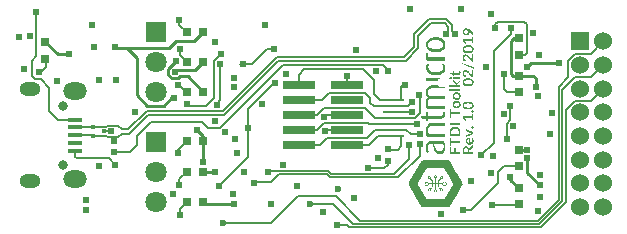
<source format=gtl>
%FSLAX44Y44*%
%MOMM*%
G71*
G01*
G75*
G04 Layer_Physical_Order=1*
G04 Layer_Color=255*
%ADD10R,0.7620X0.7620*%
%ADD11R,0.5000X0.2000*%
%ADD12R,0.7620X0.7620*%
%ADD13R,0.3000X0.3000*%
%ADD14R,1.3000X0.4500*%
%ADD15R,2.7940X0.7366*%
%ADD16R,0.6200X0.5700*%
%ADD17C,0.1500*%
%ADD18C,0.2540*%
%ADD19C,0.1524*%
%ADD20O,2.0000X1.4500*%
%ADD21O,1.8000X1.1500*%
%ADD22C,0.8000*%
%ADD23C,1.5240*%
%ADD24R,1.5240X1.5240*%
%ADD25C,1.8000*%
%ADD26R,1.8000X1.8000*%
%ADD27C,0.6100*%
%ADD28C,0.6000*%
G36*
X1669000Y1208244D02*
X1659583D01*
Y1209809D01*
X1669000D01*
Y1208244D01*
D02*
G37*
G36*
Y1215970D02*
Y1215956D01*
Y1215941D01*
X1668986Y1215857D01*
X1668944Y1215645D01*
X1668929Y1215631D01*
X1668901Y1215575D01*
X1668831Y1215504D01*
X1668732Y1215434D01*
X1666265Y1213770D01*
X1666181Y1213714D01*
X1666110Y1213658D01*
X1666068Y1213587D01*
X1666054Y1213573D01*
X1666040Y1213517D01*
X1666026Y1213305D01*
Y1212953D01*
X1669000D01*
Y1211374D01*
X1659583D01*
Y1212953D01*
X1664982D01*
Y1213235D01*
Y1213333D01*
X1664940Y1213488D01*
X1664898Y1213545D01*
X1664855Y1213601D01*
X1664771Y1213672D01*
X1662769Y1215293D01*
X1662699Y1215363D01*
X1662628Y1215434D01*
X1662572Y1215518D01*
X1662529Y1215603D01*
X1662515Y1215716D01*
X1662501Y1215843D01*
Y1217266D01*
X1664912Y1215251D01*
X1664926Y1215237D01*
X1664954Y1215208D01*
X1665067Y1215110D01*
X1665208Y1214969D01*
X1665278Y1214884D01*
X1665349Y1214785D01*
X1665419Y1214856D01*
X1665574Y1215011D01*
X1665603Y1215025D01*
X1665659Y1215081D01*
X1665842Y1215222D01*
X1669000Y1217393D01*
Y1215970D01*
D02*
G37*
G36*
X1666209Y1206990D02*
X1666660Y1206919D01*
X1667139Y1206792D01*
X1667167Y1206778D01*
X1667238Y1206750D01*
X1667506Y1206623D01*
X1667844Y1206426D01*
X1668197Y1206144D01*
X1668211Y1206130D01*
X1668267Y1206074D01*
X1668436Y1205862D01*
X1668549Y1205707D01*
X1668662Y1205538D01*
X1668760Y1205340D01*
X1668859Y1205129D01*
X1668873Y1205101D01*
X1668887Y1205030D01*
X1668972Y1204748D01*
X1669014Y1204551D01*
X1669042Y1204325D01*
X1669070Y1204086D01*
X1669085Y1203818D01*
Y1203804D01*
Y1203790D01*
Y1203691D01*
X1669056Y1203381D01*
X1668986Y1202944D01*
X1668859Y1202479D01*
X1668845Y1202450D01*
X1668817Y1202380D01*
X1668690Y1202126D01*
X1668478Y1201802D01*
X1668197Y1201464D01*
X1668112Y1201393D01*
X1667900Y1201224D01*
X1667562Y1201013D01*
X1667365Y1200914D01*
X1667139Y1200815D01*
X1667026Y1200787D01*
X1666730Y1200703D01*
X1666519Y1200660D01*
X1666293Y1200632D01*
X1665744Y1200590D01*
X1665278Y1200618D01*
X1664827Y1200688D01*
X1664348Y1200815D01*
X1663981Y1200984D01*
X1663643Y1201196D01*
X1663305Y1201464D01*
X1663051Y1201746D01*
X1662952Y1201901D01*
X1662840Y1202070D01*
X1662741Y1202267D01*
X1662642Y1202479D01*
X1662600Y1202591D01*
X1662515Y1202873D01*
X1662445Y1203296D01*
X1662417Y1203550D01*
X1662403Y1203818D01*
X1662431Y1204255D01*
X1662501Y1204678D01*
X1662642Y1205129D01*
X1662811Y1205481D01*
X1663023Y1205806D01*
X1663305Y1206144D01*
X1663319Y1206158D01*
X1663375Y1206214D01*
X1663587Y1206384D01*
X1663742Y1206482D01*
X1663925Y1206595D01*
X1664122Y1206708D01*
X1664348Y1206792D01*
X1664376Y1206806D01*
X1664461Y1206835D01*
X1664757Y1206905D01*
X1664954Y1206947D01*
X1665194Y1206990D01*
X1665744Y1207018D01*
X1665871D01*
X1666209Y1206990D01*
D02*
G37*
G36*
X1676123Y1218817D02*
X1676800Y1218733D01*
X1677505Y1218592D01*
X1677519D01*
X1677547Y1218577D01*
X1677646Y1218549D01*
X1678026Y1218408D01*
X1678492Y1218183D01*
X1678745Y1218042D01*
X1678971Y1217873D01*
X1678999Y1217859D01*
X1679070Y1217788D01*
X1679295Y1217577D01*
X1679436Y1217407D01*
X1679577Y1217224D01*
X1679718Y1217027D01*
X1679831Y1216801D01*
X1679845Y1216773D01*
X1679873Y1216689D01*
X1679915Y1216576D01*
X1679958Y1216407D01*
X1680014Y1216209D01*
X1680056Y1215984D01*
X1680085Y1215730D01*
X1680099Y1215476D01*
Y1215448D01*
X1680085Y1215349D01*
X1680056Y1215039D01*
X1679986Y1214602D01*
X1679831Y1214137D01*
X1679817Y1214109D01*
X1679774Y1214038D01*
X1679619Y1213784D01*
X1679352Y1213432D01*
X1679168Y1213249D01*
X1678971Y1213080D01*
X1678872Y1213009D01*
X1678745Y1212925D01*
X1678576Y1212826D01*
X1678351Y1212713D01*
X1678111Y1212586D01*
X1677815Y1212474D01*
X1677505Y1212375D01*
X1677350Y1212333D01*
X1676913Y1212248D01*
X1676250Y1212163D01*
X1675856Y1212135D01*
X1675419Y1212121D01*
X1674714Y1212149D01*
X1674037Y1212234D01*
X1673346Y1212375D01*
X1672825Y1212558D01*
X1672345Y1212784D01*
X1672106Y1212925D01*
X1671880Y1213080D01*
X1671556Y1213376D01*
X1671415Y1213531D01*
X1671274Y1213714D01*
X1671133Y1213925D01*
X1671020Y1214137D01*
X1670978Y1214250D01*
X1670879Y1214532D01*
X1670823Y1214743D01*
X1670781Y1214969D01*
X1670752Y1215208D01*
X1670738Y1215476D01*
X1670766Y1215913D01*
X1670851Y1216336D01*
X1671020Y1216801D01*
X1671077Y1216900D01*
X1671232Y1217168D01*
X1671499Y1217520D01*
X1671683Y1217703D01*
X1671880Y1217873D01*
X1671908Y1217901D01*
X1671979Y1217943D01*
X1672275Y1218140D01*
X1672486Y1218253D01*
X1672740Y1218366D01*
X1673022Y1218493D01*
X1673346Y1218592D01*
X1673360D01*
X1673389Y1218606D01*
X1673501Y1218634D01*
X1673938Y1218718D01*
X1674587Y1218803D01*
X1674982Y1218831D01*
X1675419Y1218845D01*
X1675616D01*
X1676123Y1218817D01*
D02*
G37*
G36*
X1660725Y1219987D02*
X1660993Y1219917D01*
X1661021Y1219903D01*
X1661092Y1219860D01*
X1661303Y1219691D01*
X1661317Y1219663D01*
X1661373Y1219607D01*
X1661444Y1219508D01*
X1661514Y1219381D01*
Y1219367D01*
X1661529Y1219353D01*
X1661543Y1219268D01*
X1661585Y1218986D01*
Y1218972D01*
Y1218958D01*
X1661571Y1218859D01*
X1661514Y1218606D01*
Y1218592D01*
X1661500Y1218577D01*
X1661458Y1218493D01*
X1661303Y1218281D01*
X1661204Y1218211D01*
X1661106Y1218140D01*
X1660993Y1218070D01*
X1660880Y1218042D01*
X1660598Y1217999D01*
X1660471Y1218014D01*
X1660204Y1218070D01*
X1660091Y1218126D01*
X1659992Y1218197D01*
X1659893Y1218281D01*
X1659809Y1218380D01*
X1659738Y1218479D01*
X1659682Y1218606D01*
X1659640Y1218718D01*
X1659611Y1218845D01*
X1659597Y1218986D01*
X1659611Y1219113D01*
X1659682Y1219381D01*
X1659738Y1219494D01*
X1659795Y1219593D01*
X1659893Y1219691D01*
X1659922Y1219719D01*
X1659978Y1219776D01*
X1660077Y1219846D01*
X1660204Y1219917D01*
X1660218D01*
X1660232Y1219931D01*
X1660316Y1219959D01*
X1660443Y1219987D01*
X1660598Y1220001D01*
X1660626D01*
X1660725Y1219987D01*
D02*
G37*
G36*
X1680000Y1248632D02*
X1678830D01*
Y1250493D01*
X1673487D01*
X1672839Y1250507D01*
X1673938Y1249196D01*
X1673952Y1249182D01*
X1673981Y1249126D01*
X1674023Y1249055D01*
X1674051Y1248971D01*
Y1248957D01*
Y1248900D01*
Y1248759D01*
Y1248745D01*
X1674037Y1248703D01*
X1673995Y1248576D01*
X1673981Y1248562D01*
X1673952Y1248534D01*
X1673882Y1248477D01*
X1673205Y1247970D01*
X1670823Y1250775D01*
Y1252058D01*
X1678830D01*
Y1253707D01*
X1680000D01*
Y1248632D01*
D02*
G37*
G36*
X1676123Y1199109D02*
X1676800Y1199025D01*
X1677505Y1198884D01*
X1677519D01*
X1677547Y1198870D01*
X1677646Y1198842D01*
X1678026Y1198701D01*
X1678492Y1198475D01*
X1678745Y1198334D01*
X1678971Y1198165D01*
X1678999Y1198151D01*
X1679070Y1198081D01*
X1679295Y1197869D01*
X1679436Y1197700D01*
X1679577Y1197517D01*
X1679718Y1197319D01*
X1679831Y1197094D01*
X1679845Y1197066D01*
X1679873Y1196981D01*
X1679915Y1196868D01*
X1679958Y1196699D01*
X1680014Y1196502D01*
X1680056Y1196276D01*
X1680085Y1196022D01*
X1680099Y1195769D01*
Y1195740D01*
X1680085Y1195642D01*
X1680056Y1195331D01*
X1679986Y1194894D01*
X1679831Y1194429D01*
X1679817Y1194401D01*
X1679774Y1194331D01*
X1679619Y1194077D01*
X1679352Y1193725D01*
X1679168Y1193541D01*
X1678971Y1193372D01*
X1678872Y1193302D01*
X1678745Y1193217D01*
X1678576Y1193118D01*
X1678351Y1193006D01*
X1678111Y1192879D01*
X1677815Y1192766D01*
X1677505Y1192667D01*
X1677350Y1192625D01*
X1676913Y1192540D01*
X1676250Y1192456D01*
X1675856Y1192428D01*
X1675419Y1192413D01*
X1674714Y1192442D01*
X1674037Y1192526D01*
X1673346Y1192667D01*
X1672825Y1192850D01*
X1672345Y1193076D01*
X1672106Y1193217D01*
X1671880Y1193372D01*
X1671556Y1193668D01*
X1671415Y1193823D01*
X1671274Y1194006D01*
X1671133Y1194218D01*
X1671020Y1194429D01*
X1670978Y1194542D01*
X1670879Y1194824D01*
X1670823Y1195035D01*
X1670781Y1195261D01*
X1670752Y1195501D01*
X1670738Y1195769D01*
X1670766Y1196206D01*
X1670851Y1196628D01*
X1671020Y1197094D01*
X1671077Y1197192D01*
X1671232Y1197460D01*
X1671499Y1197813D01*
X1671683Y1197996D01*
X1671880Y1198165D01*
X1671908Y1198193D01*
X1671979Y1198235D01*
X1672275Y1198433D01*
X1672486Y1198546D01*
X1672740Y1198658D01*
X1673022Y1198785D01*
X1673346Y1198884D01*
X1673360D01*
X1673389Y1198898D01*
X1673501Y1198926D01*
X1673938Y1199011D01*
X1674587Y1199095D01*
X1674982Y1199124D01*
X1675419Y1199138D01*
X1675616D01*
X1676123Y1199109D01*
D02*
G37*
G36*
X1669000Y1218211D02*
X1662501D01*
Y1219790D01*
X1669000D01*
Y1218211D01*
D02*
G37*
G36*
X1668549Y1225245D02*
X1668577Y1225203D01*
X1668690Y1225034D01*
X1668760Y1224921D01*
X1668831Y1224780D01*
X1668901Y1224639D01*
X1668958Y1224470D01*
Y1224456D01*
X1668972Y1224400D01*
X1669028Y1224188D01*
X1669070Y1223906D01*
X1669099Y1223554D01*
Y1223540D01*
Y1223511D01*
X1669085Y1223413D01*
X1669042Y1223074D01*
X1668986Y1222863D01*
X1668901Y1222652D01*
X1668789Y1222440D01*
X1668634Y1222257D01*
X1668549Y1222186D01*
X1668436Y1222116D01*
X1668281Y1222031D01*
X1668098Y1221947D01*
X1667872Y1221876D01*
X1667604Y1221820D01*
X1667308Y1221806D01*
X1663671D01*
Y1221129D01*
Y1221115D01*
X1663657Y1221059D01*
X1663629Y1220988D01*
X1663587Y1220918D01*
X1663530Y1220875D01*
X1663446Y1220847D01*
X1663347Y1220833D01*
X1662727D01*
X1662544Y1221876D01*
X1660767Y1222200D01*
X1660697Y1222229D01*
X1660570Y1222327D01*
X1660528Y1222384D01*
X1660514Y1222454D01*
X1660500Y1222553D01*
Y1223371D01*
X1662558D01*
Y1225104D01*
X1663671D01*
Y1223371D01*
X1667252D01*
X1667365Y1223385D01*
X1667534Y1223427D01*
X1667675Y1223511D01*
X1667760Y1223624D01*
X1667816Y1223751D01*
X1667844Y1223920D01*
X1667816Y1224174D01*
X1667745Y1224343D01*
X1667675Y1224470D01*
X1667647Y1224512D01*
X1667633Y1224583D01*
Y1224625D01*
X1667675Y1224696D01*
X1667774Y1224794D01*
X1668535Y1225259D01*
X1668549Y1225245D01*
D02*
G37*
G36*
X1661233Y1165812D02*
X1669000D01*
Y1164107D01*
X1661233D01*
Y1161344D01*
X1659837D01*
Y1168575D01*
X1661233D01*
Y1165812D01*
D02*
G37*
G36*
X1665025Y1177894D02*
X1665631Y1177795D01*
X1666279Y1177598D01*
X1666293D01*
X1666322Y1177583D01*
X1666420Y1177541D01*
X1666773Y1177358D01*
X1666998Y1177217D01*
X1667238Y1177062D01*
X1667492Y1176864D01*
X1667731Y1176653D01*
X1667760Y1176625D01*
X1667830Y1176540D01*
X1668070Y1176244D01*
X1668225Y1176033D01*
X1668309Y1175906D01*
X1668380Y1175779D01*
X1668535Y1175497D01*
X1668676Y1175187D01*
Y1175173D01*
X1668690Y1175145D01*
X1668732Y1175032D01*
X1668831Y1174623D01*
X1668901Y1174341D01*
X1668944Y1174017D01*
X1668986Y1173664D01*
X1669000Y1173481D01*
Y1173284D01*
Y1169788D01*
X1659837D01*
Y1173284D01*
Y1173467D01*
X1659879Y1173918D01*
X1659978Y1174524D01*
X1660175Y1175187D01*
X1660415Y1175694D01*
X1660711Y1176174D01*
X1660908Y1176413D01*
X1661120Y1176653D01*
X1661148Y1176681D01*
X1661233Y1176752D01*
X1661529Y1177005D01*
X1661740Y1177146D01*
X1661853Y1177231D01*
X1661994Y1177301D01*
X1662262Y1177457D01*
X1662572Y1177598D01*
X1662586D01*
X1662614Y1177612D01*
X1662713Y1177654D01*
X1662896Y1177710D01*
X1663122Y1177767D01*
X1663389Y1177823D01*
X1663714Y1177879D01*
X1663869Y1177908D01*
X1664052Y1177922D01*
X1664418Y1177936D01*
X1664588D01*
X1665025Y1177894D01*
D02*
G37*
G36*
X1680014Y1228389D02*
X1680028D01*
X1680056Y1228375D01*
X1680183Y1228304D01*
X1680324Y1228192D01*
X1680451Y1228037D01*
Y1228023D01*
X1680465Y1227994D01*
X1680522Y1227881D01*
X1680564Y1227740D01*
X1680592Y1227557D01*
Y1226895D01*
X1671133Y1230588D01*
X1670978Y1230673D01*
X1670851Y1230771D01*
X1670724Y1230898D01*
X1670654Y1231039D01*
X1670611Y1231194D01*
X1670583Y1231392D01*
Y1232068D01*
X1680014Y1228389D01*
D02*
G37*
G36*
X1661190Y1156706D02*
X1663911D01*
Y1160145D01*
X1665264D01*
Y1156706D01*
X1669000D01*
Y1155000D01*
X1659837D01*
Y1160780D01*
X1661190D01*
Y1156706D01*
D02*
G37*
G36*
X1680000Y1219649D02*
X1679492D01*
X1679380Y1219663D01*
X1679154Y1219705D01*
X1679055Y1219762D01*
X1678844Y1219931D01*
X1676053Y1222708D01*
X1675827Y1222919D01*
X1675616Y1223117D01*
X1675376Y1223328D01*
X1675179Y1223497D01*
X1674967Y1223638D01*
X1674742Y1223793D01*
X1674545Y1223892D01*
X1674333Y1223991D01*
X1674093Y1224075D01*
X1673882Y1224132D01*
X1673656Y1224160D01*
X1673530Y1224174D01*
X1673403D01*
X1673205Y1224160D01*
X1672825Y1224075D01*
X1672670Y1224005D01*
X1672543Y1223934D01*
X1672402Y1223808D01*
X1672388D01*
X1672374Y1223779D01*
X1672303Y1223695D01*
X1672204Y1223554D01*
X1672134Y1223385D01*
Y1223371D01*
X1672120Y1223342D01*
X1672092Y1223230D01*
X1672063Y1223060D01*
X1672049Y1222849D01*
Y1222835D01*
Y1222807D01*
X1672063Y1222680D01*
X1672134Y1222327D01*
Y1222313D01*
X1672148Y1222285D01*
X1672190Y1222186D01*
X1672359Y1221904D01*
X1672388Y1221876D01*
X1672458Y1221792D01*
X1672557Y1221693D01*
X1672698Y1221594D01*
X1672712D01*
X1672726Y1221580D01*
X1672811Y1221524D01*
X1672952Y1221453D01*
X1673107Y1221397D01*
X1673121D01*
X1673149Y1221383D01*
X1673262Y1221326D01*
X1673403Y1221242D01*
X1673459Y1221185D01*
X1673501Y1221115D01*
X1673515Y1221087D01*
X1673530Y1220988D01*
X1673544Y1220833D01*
X1673530Y1220622D01*
X1673389Y1219804D01*
X1672994Y1219889D01*
X1672233Y1220171D01*
X1671936Y1220354D01*
X1671669Y1220565D01*
X1671528Y1220706D01*
X1671401Y1220847D01*
X1671344Y1220918D01*
X1671218Y1221115D01*
X1671133Y1221256D01*
X1671048Y1221425D01*
X1670978Y1221594D01*
X1670907Y1221792D01*
X1670823Y1222130D01*
X1670766Y1222496D01*
X1670738Y1222708D01*
Y1222934D01*
X1670766Y1223314D01*
X1670809Y1223695D01*
X1670922Y1224089D01*
X1670950Y1224174D01*
X1671062Y1224400D01*
X1671218Y1224696D01*
X1671457Y1224992D01*
X1671514Y1225048D01*
X1671683Y1225203D01*
X1671810Y1225302D01*
X1671951Y1225400D01*
X1672106Y1225485D01*
X1672275Y1225570D01*
X1672289Y1225584D01*
X1672359Y1225598D01*
X1672585Y1225682D01*
X1672923Y1225753D01*
X1673135Y1225767D01*
X1673346Y1225781D01*
X1673431D01*
X1673656Y1225767D01*
X1673952Y1225711D01*
X1674291Y1225626D01*
X1674305D01*
X1674361Y1225598D01*
X1674545Y1225527D01*
X1675108Y1225231D01*
X1675123Y1225217D01*
X1675179Y1225189D01*
X1675348Y1225076D01*
X1675870Y1224653D01*
X1675884Y1224639D01*
X1675926Y1224597D01*
X1676095Y1224442D01*
X1676617Y1223949D01*
X1678731Y1221876D01*
X1678689Y1222059D01*
X1678604Y1222468D01*
X1678576Y1222652D01*
X1678548Y1223032D01*
Y1225386D01*
X1678562Y1225527D01*
X1678604Y1225654D01*
X1678689Y1225781D01*
Y1225795D01*
X1678717Y1225809D01*
X1678788Y1225866D01*
X1678914Y1225908D01*
X1679070Y1225936D01*
X1680000D01*
Y1219649D01*
D02*
G37*
G36*
X1666209Y1199702D02*
X1666660Y1199631D01*
X1667139Y1199504D01*
X1667167Y1199490D01*
X1667238Y1199462D01*
X1667506Y1199335D01*
X1667844Y1199138D01*
X1668197Y1198856D01*
X1668211Y1198842D01*
X1668267Y1198785D01*
X1668436Y1198574D01*
X1668549Y1198419D01*
X1668662Y1198250D01*
X1668760Y1198052D01*
X1668859Y1197841D01*
X1668873Y1197813D01*
X1668887Y1197742D01*
X1668972Y1197460D01*
X1669014Y1197263D01*
X1669042Y1197037D01*
X1669070Y1196798D01*
X1669085Y1196530D01*
Y1196516D01*
Y1196502D01*
Y1196403D01*
X1669056Y1196093D01*
X1668986Y1195656D01*
X1668859Y1195191D01*
X1668845Y1195162D01*
X1668817Y1195092D01*
X1668690Y1194838D01*
X1668478Y1194514D01*
X1668197Y1194176D01*
X1668112Y1194105D01*
X1667900Y1193936D01*
X1667562Y1193725D01*
X1667365Y1193626D01*
X1667139Y1193527D01*
X1667026Y1193499D01*
X1666730Y1193414D01*
X1666519Y1193372D01*
X1666293Y1193344D01*
X1665744Y1193302D01*
X1665278Y1193330D01*
X1664827Y1193400D01*
X1664348Y1193527D01*
X1663981Y1193696D01*
X1663643Y1193908D01*
X1663305Y1194176D01*
X1663051Y1194457D01*
X1662952Y1194613D01*
X1662840Y1194782D01*
X1662741Y1194979D01*
X1662642Y1195191D01*
X1662600Y1195303D01*
X1662515Y1195585D01*
X1662445Y1196008D01*
X1662417Y1196262D01*
X1662403Y1196530D01*
X1662431Y1196967D01*
X1662501Y1197390D01*
X1662642Y1197841D01*
X1662811Y1198193D01*
X1663023Y1198518D01*
X1663305Y1198856D01*
X1663319Y1198870D01*
X1663375Y1198926D01*
X1663587Y1199095D01*
X1663742Y1199194D01*
X1663925Y1199307D01*
X1664122Y1199420D01*
X1664348Y1199504D01*
X1664376Y1199518D01*
X1664461Y1199547D01*
X1664757Y1199617D01*
X1664954Y1199659D01*
X1665194Y1199702D01*
X1665744Y1199730D01*
X1665871D01*
X1666209Y1199702D01*
D02*
G37*
G36*
X1674009Y1261193D02*
X1674559Y1261136D01*
X1674573D01*
X1674629Y1261122D01*
X1674798Y1261080D01*
X1675292Y1260925D01*
X1675306D01*
X1675348Y1260897D01*
X1675503Y1260840D01*
X1675982Y1260601D01*
X1675997Y1260587D01*
X1676039Y1260573D01*
X1676194Y1260474D01*
X1676645Y1260178D01*
X1679648Y1258077D01*
X1679676Y1258063D01*
X1679732Y1258007D01*
X1679817Y1257894D01*
X1679901Y1257753D01*
Y1257739D01*
X1679915Y1257711D01*
X1679944Y1257612D01*
X1679986Y1257457D01*
X1680000Y1257274D01*
Y1255836D01*
X1676448Y1258683D01*
X1676194Y1258881D01*
X1675940Y1259064D01*
X1675954Y1259050D01*
X1675968Y1259008D01*
X1676053Y1258867D01*
X1676151Y1258641D01*
X1676208Y1258514D01*
X1676250Y1258373D01*
Y1258359D01*
X1676264Y1258303D01*
X1676293Y1258134D01*
X1676335Y1257880D01*
X1676349Y1257725D01*
Y1257570D01*
Y1257556D01*
Y1257485D01*
X1676321Y1257274D01*
X1676180Y1256625D01*
X1676166Y1256611D01*
X1676151Y1256555D01*
X1676053Y1256357D01*
X1675898Y1256104D01*
X1675686Y1255822D01*
X1675461Y1255624D01*
X1675193Y1255427D01*
X1675038Y1255328D01*
X1674855Y1255244D01*
X1674530Y1255145D01*
X1674164Y1255061D01*
X1673952Y1255046D01*
X1673713Y1255032D01*
X1673332Y1255061D01*
X1672966Y1255131D01*
X1672557Y1255258D01*
X1672233Y1255427D01*
X1671922Y1255624D01*
X1671767Y1255751D01*
X1671612Y1255892D01*
X1671373Y1256174D01*
X1671175Y1256498D01*
X1671062Y1256682D01*
X1670978Y1256893D01*
X1670936Y1256992D01*
X1670851Y1257274D01*
X1670781Y1257669D01*
X1670752Y1257908D01*
X1670738Y1258162D01*
X1670766Y1258585D01*
X1670837Y1258994D01*
X1670964Y1259431D01*
X1671119Y1259769D01*
X1671316Y1260079D01*
X1671584Y1260389D01*
X1671598Y1260403D01*
X1671655Y1260460D01*
X1671852Y1260615D01*
X1671993Y1260713D01*
X1672148Y1260812D01*
X1672345Y1260911D01*
X1672543Y1260995D01*
X1672571Y1261010D01*
X1672641Y1261024D01*
X1672895Y1261108D01*
X1673290Y1261179D01*
X1673755Y1261207D01*
X1673826D01*
X1674009Y1261193D01*
D02*
G37*
G36*
X1669000Y1179430D02*
X1659837D01*
Y1181136D01*
X1669000D01*
Y1179430D01*
D02*
G37*
G36*
X1661233Y1189918D02*
X1669000D01*
Y1188213D01*
X1661233D01*
Y1185450D01*
X1659837D01*
Y1192681D01*
X1661233D01*
Y1189918D01*
D02*
G37*
G36*
X1656074Y1189303D02*
X1656140Y1188440D01*
X1655881Y1186880D01*
X1655115Y1185674D01*
X1653853Y1184895D01*
X1652111Y1184619D01*
X1641652D01*
Y1182782D01*
X1640023D01*
Y1184619D01*
X1636351D01*
X1635588Y1187097D01*
X1635683Y1187226D01*
X1640023D01*
Y1190011D01*
X1641652D01*
Y1187226D01*
X1652111D01*
X1653044Y1187352D01*
X1653743Y1187729D01*
X1654181Y1188350D01*
X1654333Y1189211D01*
X1654232Y1189890D01*
X1654336Y1190011D01*
X1655874D01*
X1656074Y1189303D01*
D02*
G37*
G36*
X1650200Y1212965D02*
X1650325Y1212762D01*
X1650767Y1212245D01*
X1651284Y1211804D01*
X1651863Y1211448D01*
X1652492Y1211188D01*
X1653153Y1211029D01*
X1653831Y1210976D01*
X1654509Y1211029D01*
X1655170Y1211188D01*
X1655798Y1211448D01*
X1655877Y1211497D01*
X1656016Y1211419D01*
X1656015Y1210363D01*
X1656015D01*
Y1210363D01*
X1656010Y1210345D01*
X1655991Y1210337D01*
X1644854Y1210339D01*
X1644855Y1210339D01*
X1644855Y1210339D01*
D01*
D01*
D01*
D01*
D01*
Y1210339D01*
X1644853Y1210339D01*
X1644853D01*
D01*
D01*
Y1210339D01*
D01*
D01*
D01*
D01*
Y1210339D01*
D01*
D01*
Y1210339D01*
D01*
X1644103Y1210293D01*
X1643430Y1210155D01*
X1642841Y1209918D01*
X1642345Y1209578D01*
X1641947Y1209129D01*
X1641652Y1208566D01*
X1641470Y1207883D01*
X1641408Y1207075D01*
X1641514Y1206152D01*
X1641817Y1205329D01*
X1642291Y1204606D01*
X1642907Y1203988D01*
X1655904D01*
X1656017Y1203875D01*
X1656015Y1201385D01*
X1656015D01*
Y1201385D01*
X1656009Y1201366D01*
X1655990Y1201358D01*
X1644440Y1201360D01*
X1644440Y1201360D01*
X1644440Y1201360D01*
D01*
D01*
D01*
D01*
D01*
Y1201360D01*
X1644438Y1201360D01*
X1644438D01*
D01*
D01*
Y1201360D01*
D01*
D01*
D01*
D01*
Y1201360D01*
D01*
D01*
X1643783Y1201312D01*
X1643194Y1201168D01*
X1642677Y1200920D01*
X1642239Y1200568D01*
X1641886Y1200105D01*
X1641625Y1199528D01*
X1641463Y1198830D01*
X1641408Y1198009D01*
X1641530Y1196394D01*
X1641937Y1195040D01*
X1655904D01*
X1656017Y1194927D01*
X1656015Y1192438D01*
X1656015D01*
Y1192438D01*
X1656009Y1192419D01*
X1655990Y1192411D01*
X1640852Y1192413D01*
Y1192413D01*
X1640852D01*
X1640833Y1192419D01*
X1640829Y1192430D01*
X1640011Y1194938D01*
X1640011Y1194938D01*
X1640009Y1194943D01*
X1639704Y1197916D01*
X1639704D01*
X1639703Y1197917D01*
X1639704Y1197921D01*
X1639704D01*
X1639704Y1197921D01*
Y1197921D01*
X1639704Y1197921D01*
D01*
X1639824Y1199537D01*
D01*
D01*
D01*
D01*
D01*
D01*
X1639824D01*
D01*
D01*
X1639824Y1199537D01*
D01*
D01*
D01*
D01*
D01*
D01*
D01*
Y1199537D01*
D01*
D01*
D01*
D01*
D01*
D01*
D01*
Y1199537D01*
D01*
X1640182Y1200835D01*
D01*
D01*
D01*
D01*
D01*
D01*
X1640182D01*
X1640182Y1200835D01*
X1640182Y1200835D01*
X1640182D01*
D01*
X1640182Y1200836D01*
X1640183Y1200838D01*
X1640768Y1201880D01*
X1640768Y1201880D01*
X1640768Y1201880D01*
X1640768Y1201880D01*
X1640768D01*
X1640769Y1201881D01*
X1641560Y1202720D01*
Y1202720D01*
X1641560Y1202720D01*
X1641560D01*
X1640795Y1203603D01*
X1640796D01*
Y1203603D01*
D01*
D01*
D01*
D01*
D01*
D01*
D01*
D01*
D01*
D01*
Y1203603D01*
D01*
D01*
D01*
D01*
D01*
D01*
D01*
D01*
D01*
D01*
D01*
Y1203603D01*
D01*
D01*
D01*
D01*
D01*
X1640795D01*
D01*
X1640205Y1204692D01*
D01*
Y1204692D01*
D01*
D01*
D01*
D01*
D01*
D01*
D01*
D01*
Y1204692D01*
X1640205Y1204692D01*
X1640203Y1204696D01*
X1639833Y1205936D01*
D01*
D01*
X1639833D01*
X1639833D01*
Y1205936D01*
D01*
D01*
D01*
X1639832Y1205941D01*
X1639832D01*
D01*
D01*
D01*
X1639704Y1207309D01*
D01*
X1639704D01*
D01*
D01*
X1639704Y1207309D01*
D01*
D01*
D01*
D01*
Y1207309D01*
D01*
D01*
D01*
D01*
D01*
D01*
Y1207309D01*
X1640080Y1209845D01*
X1640080Y1209845D01*
Y1209845D01*
D01*
X1640080D01*
D01*
Y1209845D01*
D01*
D01*
X1641140Y1211605D01*
X1641140Y1211605D01*
X1641140D01*
X1641147Y1211613D01*
D01*
D01*
D01*
D01*
X1641147D01*
X1641147Y1211613D01*
X1641148Y1211614D01*
D01*
D01*
D01*
D01*
Y1211614D01*
X1641148Y1211614D01*
X1642776Y1212631D01*
X1642776D01*
D01*
D01*
D01*
D01*
D01*
D01*
D01*
Y1212631D01*
X1642776D01*
D01*
D01*
D01*
D01*
D01*
Y1212631D01*
X1642776D01*
Y1212631D01*
X1642776Y1212631D01*
D01*
Y1212631D01*
D01*
D01*
D01*
D01*
X1642776Y1212631D01*
D01*
Y1212631D01*
D01*
Y1212631D01*
D01*
X1642785Y1212635D01*
X1644879Y1212964D01*
X1644879Y1212964D01*
X1644879D01*
X1644879D01*
X1644883Y1212966D01*
Y1212966D01*
D01*
X1650200Y1212965D01*
D02*
G37*
G36*
X1680000Y1160625D02*
Y1160611D01*
Y1160554D01*
X1679958Y1160385D01*
X1679859Y1160174D01*
X1679774Y1160075D01*
X1679662Y1159990D01*
X1676729Y1158059D01*
X1676631Y1157989D01*
X1676560Y1157918D01*
X1676490Y1157819D01*
X1676476Y1157791D01*
X1676448Y1157721D01*
X1676434Y1157608D01*
X1676419Y1157439D01*
Y1156706D01*
X1680000D01*
Y1155000D01*
X1670837D01*
Y1157791D01*
X1670865Y1158341D01*
X1670922Y1158863D01*
X1671034Y1159398D01*
X1671175Y1159793D01*
X1671330Y1160145D01*
X1671570Y1160498D01*
X1671626Y1160568D01*
X1671810Y1160738D01*
X1672077Y1160935D01*
X1672233Y1161033D01*
X1672416Y1161118D01*
X1672430Y1161132D01*
X1672500Y1161146D01*
X1672726Y1161231D01*
X1673064Y1161301D01*
X1673262Y1161316D01*
X1673473Y1161330D01*
X1673558D01*
X1673755Y1161316D01*
X1674037Y1161273D01*
X1674347Y1161189D01*
X1674361D01*
X1674418Y1161160D01*
X1674587Y1161090D01*
X1674841Y1160963D01*
X1675094Y1160794D01*
X1675108Y1160780D01*
X1675151Y1160752D01*
X1675292Y1160625D01*
X1675489Y1160413D01*
X1675588Y1160301D01*
X1675686Y1160160D01*
X1675700Y1160145D01*
X1675729Y1160089D01*
X1675827Y1159920D01*
X1675968Y1159652D01*
X1676095Y1159314D01*
X1676222Y1159497D01*
X1676391Y1159680D01*
X1676617Y1159864D01*
X1680000Y1162161D01*
Y1160625D01*
D02*
G37*
G36*
X1655990Y1178425D02*
X1644970D01*
X1643398Y1178231D01*
X1642277Y1177610D01*
X1641606Y1176499D01*
X1641384Y1174839D01*
X1641517Y1173331D01*
X1641919Y1172023D01*
X1655990D01*
Y1169418D01*
X1640852D01*
X1640034Y1171939D01*
X1639728Y1174839D01*
X1640071Y1177618D01*
X1641082Y1179546D01*
X1642726Y1180668D01*
X1644970Y1181032D01*
X1655990D01*
Y1178425D01*
D02*
G37*
G36*
X1651461Y1218924D02*
X1651284Y1218815D01*
X1650767Y1218373D01*
X1650325Y1217856D01*
X1649970Y1217277D01*
X1649709Y1216648D01*
X1649667Y1216471D01*
X1640023D01*
Y1219077D01*
X1651417D01*
X1651461Y1218924D01*
D02*
G37*
G36*
X1649726Y1253541D02*
X1651314Y1253257D01*
X1652727Y1252779D01*
X1653941Y1252102D01*
X1654929Y1251221D01*
X1655668Y1250135D01*
X1656129Y1248837D01*
X1656289Y1247324D01*
X1656129Y1245810D01*
X1655668Y1244512D01*
X1654929Y1243425D01*
X1653941Y1242545D01*
X1652727Y1241869D01*
X1651314Y1241391D01*
X1649726Y1241106D01*
X1647992Y1241013D01*
X1646267Y1241106D01*
X1644689Y1241391D01*
X1643282Y1241869D01*
X1642071Y1242545D01*
X1641085Y1243425D01*
X1640348Y1244512D01*
X1639887Y1245810D01*
X1639728Y1247324D01*
X1639887Y1248837D01*
X1640348Y1250136D01*
X1641085Y1251222D01*
X1642071Y1252102D01*
X1643282Y1252779D01*
X1644689Y1253257D01*
X1646267Y1253542D01*
X1647992Y1253635D01*
X1649726Y1253541D01*
D02*
G37*
G36*
X1676123Y1246800D02*
X1676800Y1246715D01*
X1677505Y1246574D01*
X1677519D01*
X1677547Y1246560D01*
X1677646Y1246532D01*
X1678026Y1246391D01*
X1678492Y1246165D01*
X1678745Y1246024D01*
X1678971Y1245855D01*
X1678999Y1245841D01*
X1679070Y1245771D01*
X1679295Y1245559D01*
X1679436Y1245390D01*
X1679577Y1245207D01*
X1679718Y1245009D01*
X1679831Y1244784D01*
X1679845Y1244756D01*
X1679873Y1244671D01*
X1679915Y1244558D01*
X1679958Y1244389D01*
X1680014Y1244192D01*
X1680056Y1243966D01*
X1680085Y1243712D01*
X1680099Y1243459D01*
Y1243430D01*
X1680085Y1243332D01*
X1680056Y1243022D01*
X1679986Y1242585D01*
X1679831Y1242120D01*
X1679817Y1242091D01*
X1679774Y1242021D01*
X1679619Y1241767D01*
X1679352Y1241415D01*
X1679168Y1241231D01*
X1678971Y1241062D01*
X1678872Y1240992D01*
X1678745Y1240907D01*
X1678576Y1240808D01*
X1678351Y1240696D01*
X1678111Y1240569D01*
X1677815Y1240456D01*
X1677505Y1240357D01*
X1677350Y1240315D01*
X1676913Y1240230D01*
X1676250Y1240146D01*
X1675856Y1240118D01*
X1675419Y1240104D01*
X1674714Y1240132D01*
X1674037Y1240216D01*
X1673346Y1240357D01*
X1672825Y1240541D01*
X1672345Y1240766D01*
X1672106Y1240907D01*
X1671880Y1241062D01*
X1671556Y1241358D01*
X1671415Y1241513D01*
X1671274Y1241697D01*
X1671133Y1241908D01*
X1671020Y1242120D01*
X1670978Y1242232D01*
X1670879Y1242514D01*
X1670823Y1242726D01*
X1670781Y1242951D01*
X1670752Y1243191D01*
X1670738Y1243459D01*
X1670766Y1243896D01*
X1670851Y1244319D01*
X1671020Y1244784D01*
X1671077Y1244883D01*
X1671232Y1245150D01*
X1671499Y1245503D01*
X1671683Y1245686D01*
X1671880Y1245855D01*
X1671908Y1245883D01*
X1671979Y1245926D01*
X1672275Y1246123D01*
X1672486Y1246236D01*
X1672740Y1246349D01*
X1673022Y1246476D01*
X1673346Y1246574D01*
X1673360D01*
X1673389Y1246588D01*
X1673501Y1246616D01*
X1673938Y1246701D01*
X1674587Y1246786D01*
X1674982Y1246814D01*
X1675419Y1246828D01*
X1675616D01*
X1676123Y1246800D01*
D02*
G37*
G36*
X1656015Y1229722D02*
X1656289Y1227697D01*
X1656133Y1226325D01*
X1655680Y1225103D01*
X1654952Y1224044D01*
X1653974Y1223155D01*
X1652766Y1222447D01*
X1651351Y1221929D01*
X1649752Y1221611D01*
X1647992Y1221504D01*
X1646234Y1221612D01*
X1644639Y1221933D01*
X1643229Y1222455D01*
X1642027Y1223166D01*
X1641054Y1224057D01*
X1640331Y1225116D01*
X1639882Y1226333D01*
X1639728Y1227697D01*
X1640001Y1229722D01*
X1640762Y1231281D01*
X1642190Y1230706D01*
X1642240Y1230554D01*
X1641979Y1230136D01*
X1641726Y1229522D01*
X1641561Y1228846D01*
X1641503Y1228140D01*
X1641991Y1226445D01*
X1643340Y1225201D01*
X1645380Y1224434D01*
X1647935Y1224172D01*
X1650468Y1224437D01*
X1652519Y1225211D01*
X1653892Y1226457D01*
X1654393Y1228140D01*
X1654339Y1228841D01*
X1654185Y1229507D01*
X1653943Y1230110D01*
X1653689Y1230523D01*
X1653739Y1230675D01*
X1655251Y1231282D01*
X1656015Y1229722D01*
D02*
G37*
G36*
X1641771Y1240048D02*
X1641569Y1239279D01*
X1641503Y1238420D01*
X1641599Y1237356D01*
X1641919Y1236404D01*
X1655990D01*
Y1233796D01*
X1640852D01*
X1640034Y1236178D01*
X1639728Y1239247D01*
X1639759Y1240111D01*
X1639801Y1240516D01*
X1639934Y1240604D01*
X1641771Y1240048D01*
D02*
G37*
G36*
X1679267Y1178077D02*
X1679521Y1178006D01*
X1679549Y1177992D01*
X1679619Y1177950D01*
X1679817Y1177795D01*
X1679831Y1177767D01*
X1679887Y1177710D01*
X1679958Y1177612D01*
X1680014Y1177499D01*
X1680028Y1177471D01*
X1680042Y1177386D01*
X1680070Y1177273D01*
X1680085Y1177118D01*
Y1177104D01*
Y1177090D01*
X1680070Y1176991D01*
X1680014Y1176738D01*
X1680000D01*
Y1176709D01*
X1679958Y1176639D01*
X1679817Y1176442D01*
X1679732Y1176371D01*
X1679633Y1176301D01*
X1679521Y1176230D01*
X1679408Y1176202D01*
X1679140Y1176160D01*
X1679013Y1176174D01*
X1678774Y1176230D01*
X1678661Y1176286D01*
X1678562Y1176357D01*
X1678463Y1176442D01*
X1678393Y1176526D01*
X1678322Y1176625D01*
X1678266Y1176738D01*
X1678224Y1176850D01*
X1678196Y1176977D01*
X1678181Y1177118D01*
X1678196Y1177245D01*
X1678266Y1177499D01*
X1678322Y1177598D01*
X1678463Y1177795D01*
X1678492Y1177823D01*
X1678548Y1177879D01*
X1678647Y1177950D01*
X1678774Y1178006D01*
X1678802Y1178020D01*
X1678886Y1178049D01*
X1678999Y1178077D01*
X1679140Y1178091D01*
X1679168D01*
X1679267Y1178077D01*
D02*
G37*
G36*
X1648243Y1136789D02*
X1648563Y1136657D01*
X1648838Y1136446D01*
X1649049Y1136171D01*
X1649182Y1135851D01*
X1649227Y1135507D01*
X1649182Y1135164D01*
X1649049Y1134843D01*
X1648838Y1134568D01*
X1648563Y1134358D01*
X1648270Y1134236D01*
D01*
X1648259Y1134241D01*
X1648259Y1134241D01*
X1648259Y1134214D01*
Y1134214D01*
Y1132600D01*
X1648260Y1129869D01*
X1650055D01*
X1650053Y1131897D01*
X1650055Y1131897D01*
X1650055Y1131897D01*
X1650055Y1131897D01*
Y1131897D01*
X1650055D01*
X1650055Y1131897D01*
X1650057Y1132002D01*
D01*
X1650057Y1132002D01*
D01*
D01*
D01*
Y1132003D01*
X1650057Y1132003D01*
D01*
D01*
D01*
Y1132003D01*
X1650057D01*
X1650119Y1132178D01*
D01*
Y1132178D01*
D01*
D01*
X1650119D01*
D01*
D01*
D01*
D01*
D01*
X1650119D01*
Y1132178D01*
D01*
D01*
X1650278Y1132366D01*
X1650278Y1132366D01*
Y1132366D01*
D01*
D01*
D01*
D01*
D01*
D01*
D01*
X1650278D01*
D01*
D01*
D01*
D01*
D01*
X1650278D01*
D01*
D01*
D01*
D01*
D01*
X1650278D01*
D01*
Y1132366D01*
D01*
D01*
D01*
X1650278D01*
D01*
D01*
D01*
D01*
D01*
D01*
X1650278Y1132366D01*
Y1132366D01*
X1650278D01*
D01*
Y1132366D01*
D01*
D01*
D01*
D01*
D01*
D01*
D01*
D01*
X1650278Y1132367D01*
X1650278D01*
D01*
Y1132367D01*
D01*
D01*
D01*
D01*
D01*
D01*
D01*
D01*
D01*
X1650279Y1132367D01*
X1650279D01*
D01*
D01*
D01*
D01*
Y1132367D01*
D01*
D01*
D01*
D01*
D01*
D01*
D01*
D01*
D01*
D01*
D01*
D01*
D01*
D01*
D01*
X1650279Y1132367D01*
D01*
D01*
D01*
D01*
D01*
D01*
D01*
D01*
D01*
D01*
D01*
D01*
D01*
D01*
D01*
D01*
D01*
D01*
D01*
D01*
D01*
D01*
D01*
D01*
D01*
Y1132367D01*
D01*
D01*
D01*
D01*
D01*
D01*
D01*
D01*
D01*
D01*
D01*
D01*
D01*
D01*
D01*
D01*
D01*
D01*
D01*
D01*
D01*
D01*
D01*
D01*
Y1132367D01*
D01*
D01*
D01*
D01*
X1650279D01*
D01*
D01*
D01*
X1650479Y1132583D01*
D01*
X1650479D01*
D01*
D01*
D01*
D01*
D01*
X1650479D01*
D01*
D01*
D01*
D01*
D01*
X1650479D01*
D01*
D01*
D01*
Y1132583D01*
D01*
D01*
X1650479Y1132584D01*
Y1132584D01*
D01*
D01*
D01*
D01*
D01*
D01*
D01*
Y1132584D01*
D01*
D01*
D01*
D01*
D01*
D01*
D01*
D01*
D01*
D01*
D01*
D01*
D01*
Y1132584D01*
D01*
D01*
D01*
X1650479D01*
D01*
D01*
D01*
D01*
D01*
D01*
D01*
X1650650Y1132766D01*
X1650650Y1132766D01*
Y1132766D01*
X1650650D01*
Y1132766D01*
D01*
D01*
D01*
X1650650Y1132766D01*
X1650650Y1132766D01*
X1650651Y1132766D01*
D01*
D01*
D01*
X1650651Y1132766D01*
X1650652D01*
X1650652Y1132766D01*
D01*
D01*
D01*
D01*
D01*
D01*
D01*
D01*
D01*
X1650652Y1132766D01*
X1650724Y1132843D01*
D01*
X1650724Y1132843D01*
Y1132843D01*
X1650726Y1132842D01*
D01*
D01*
D01*
X1650726D01*
X1650726Y1132842D01*
D01*
D01*
D01*
X1650726Y1132842D01*
X1652005Y1134125D01*
X1651903Y1134371D01*
X1651858Y1134714D01*
X1651903Y1135058D01*
X1652036Y1135378D01*
X1652247Y1135653D01*
X1652522Y1135864D01*
X1652842Y1135997D01*
X1653186Y1136042D01*
X1653529Y1135997D01*
X1653849Y1135864D01*
X1654124Y1135653D01*
X1654335Y1135378D01*
X1654468Y1135058D01*
X1654513Y1134714D01*
X1654468Y1134371D01*
X1654335Y1134051D01*
X1654124Y1133776D01*
X1653849Y1133565D01*
X1653529Y1133432D01*
X1653186Y1133387D01*
X1652842Y1133432D01*
X1652522Y1133565D01*
X1652486Y1133592D01*
X1652489Y1133597D01*
X1650992Y1132098D01*
X1650898Y1131997D01*
X1650787Y1131844D01*
X1650770Y1131695D01*
Y1129869D01*
X1653605Y1129870D01*
X1653621Y1129992D01*
X1653807Y1130441D01*
X1654103Y1130827D01*
X1654488Y1131123D01*
X1654937Y1131309D01*
X1655419Y1131372D01*
X1655901Y1131309D01*
X1656350Y1131123D01*
X1656736Y1130827D01*
X1657032Y1130441D01*
X1657218Y1129992D01*
X1657281Y1129510D01*
X1657218Y1129028D01*
X1657032Y1128579D01*
X1656736Y1128193D01*
X1656350Y1127897D01*
X1655901Y1127711D01*
X1655419Y1127648D01*
X1654937Y1127711D01*
X1654488Y1127897D01*
X1654103Y1128193D01*
X1653807Y1128579D01*
X1653621Y1129028D01*
X1653604Y1129153D01*
X1653608Y1129153D01*
X1650770D01*
Y1127325D01*
X1650787Y1127178D01*
X1650898Y1127025D01*
X1650992Y1126923D01*
X1652488Y1125428D01*
X1652516Y1125449D01*
X1652836Y1125582D01*
X1653179Y1125627D01*
X1653523Y1125582D01*
X1653843Y1125449D01*
X1654118Y1125238D01*
X1654329Y1124963D01*
X1654462Y1124643D01*
X1654507Y1124299D01*
X1654462Y1123956D01*
X1654329Y1123635D01*
X1654118Y1123360D01*
X1653843Y1123149D01*
X1653523Y1123017D01*
X1653179Y1122972D01*
X1652836Y1123017D01*
X1652516Y1123149D01*
X1652241Y1123360D01*
X1652030Y1123635D01*
X1651897Y1123956D01*
X1651852Y1124299D01*
X1651897Y1124643D01*
X1652001Y1124895D01*
X1652007Y1124897D01*
X1652007Y1124897D01*
X1651997Y1124906D01*
X1651997Y1124906D01*
X1650724Y1126178D01*
D01*
X1650724Y1126178D01*
D01*
X1650726Y1126179D01*
Y1126180D01*
X1650726Y1126180D01*
X1650726D01*
D01*
Y1126180D01*
X1650726D01*
X1650650Y1126254D01*
X1650651Y1126256D01*
X1650651Y1126256D01*
X1650478Y1126436D01*
Y1126436D01*
X1650479Y1126437D01*
Y1126437D01*
X1650479D01*
X1650479Y1126437D01*
D01*
D01*
Y1126438D01*
X1650479D01*
X1650479D01*
D01*
D01*
D01*
D01*
D01*
D01*
D01*
D01*
D01*
X1650479D01*
D01*
D01*
D01*
Y1126437D01*
X1650278Y1126653D01*
X1650278Y1126655D01*
X1650119Y1126843D01*
X1650119Y1126843D01*
X1650057Y1127018D01*
D01*
D01*
X1650057D01*
X1650057D01*
Y1127018D01*
D01*
X1650057Y1127019D01*
Y1127019D01*
D01*
D01*
X1650057Y1127019D01*
X1650057Y1127019D01*
X1650056Y1127026D01*
X1650053Y1127124D01*
X1650055Y1127124D01*
Y1129153D01*
X1648260D01*
X1648262Y1127103D01*
X1648260Y1127101D01*
X1648260D01*
X1648260Y1124768D01*
X1648520Y1124661D01*
X1648795Y1124450D01*
X1649006Y1124175D01*
X1649138Y1123855D01*
X1649184Y1123511D01*
X1649138Y1123167D01*
X1649006Y1122847D01*
X1648795Y1122572D01*
X1648520Y1122361D01*
X1648200Y1122229D01*
X1647856Y1122184D01*
X1647513Y1122229D01*
X1647192Y1122361D01*
X1646917Y1122572D01*
X1646706Y1122847D01*
X1646574Y1123167D01*
X1646529Y1123511D01*
X1646574Y1123855D01*
X1646706Y1124175D01*
X1646917Y1124450D01*
X1647192Y1124661D01*
X1647474Y1124767D01*
X1647474D01*
X1647543Y1124767D01*
D01*
D01*
D01*
D01*
D01*
Y1124767D01*
D01*
D01*
D01*
D01*
D01*
D01*
D01*
D01*
D01*
D01*
D01*
D01*
D01*
D01*
D01*
D01*
X1647543D01*
D01*
D01*
D01*
D01*
D01*
D01*
D01*
D01*
D01*
D01*
D01*
Y1124767D01*
D01*
D01*
D01*
D01*
D01*
D01*
D01*
D01*
D01*
D01*
D01*
D01*
D01*
D01*
X1647543D01*
D01*
D01*
D01*
D01*
D01*
D01*
D01*
D01*
D01*
Y1124767D01*
D01*
D01*
D01*
D01*
X1647543D01*
D01*
D01*
D01*
D01*
D01*
D01*
X1647543D01*
D01*
D01*
X1647543D01*
Y1124767D01*
D01*
D01*
D01*
D01*
X1647543D01*
D01*
D01*
D01*
D01*
D01*
D01*
D01*
D01*
D01*
D01*
D01*
D01*
D01*
D01*
D01*
D01*
D01*
D01*
D01*
D01*
D01*
D01*
D01*
D01*
D01*
D01*
D01*
Y1124767D01*
D01*
D01*
D01*
Y1124767D01*
D01*
D01*
D01*
D01*
D01*
D01*
D01*
D01*
D01*
D01*
Y1124767D01*
Y1124767D01*
X1647543Y1124837D01*
X1647543Y1124837D01*
X1647543D01*
Y1124840D01*
X1647543Y1124840D01*
X1647542Y1126995D01*
X1647541Y1127078D01*
X1647543Y1127080D01*
X1647543D01*
X1647544Y1129153D01*
X1645702D01*
X1645704Y1127124D01*
X1645702Y1127124D01*
D01*
D01*
X1645702D01*
D01*
Y1127124D01*
X1645702D01*
X1645702D01*
X1645702Y1127124D01*
D01*
D01*
Y1127124D01*
D01*
D01*
D01*
Y1127124D01*
D01*
D01*
X1645702D01*
X1645702D01*
X1645701Y1127026D01*
X1645699Y1127018D01*
X1645699Y1127018D01*
X1645699D01*
X1645699Y1127018D01*
X1645699Y1127018D01*
X1645699Y1127018D01*
X1645637Y1126842D01*
X1645637D01*
D01*
D01*
D01*
D01*
X1645637D01*
Y1126842D01*
D01*
D01*
D01*
D01*
D01*
D01*
D01*
D01*
D01*
D01*
D01*
D01*
X1645637D01*
D01*
Y1126842D01*
X1645637Y1126842D01*
D01*
X1645637D01*
D01*
D01*
D01*
D01*
Y1126842D01*
D01*
D01*
D01*
D01*
D01*
Y1126842D01*
X1645637Y1126842D01*
D01*
X1645637Y1126841D01*
X1645636Y1126840D01*
X1645636Y1126840D01*
D01*
D01*
D01*
D01*
D01*
D01*
D01*
X1645636Y1126840D01*
X1645636Y1126839D01*
X1645636Y1126838D01*
D01*
X1645633Y1126834D01*
D01*
X1645633D01*
D01*
D01*
D01*
D01*
D01*
X1645633D01*
D01*
D01*
Y1126834D01*
D01*
D01*
Y1126834D01*
D01*
Y1126834D01*
D01*
D01*
D01*
D01*
D01*
D01*
D01*
Y1126834D01*
D01*
D01*
D01*
X1645633D01*
X1645479Y1126653D01*
X1645479Y1126653D01*
D01*
D01*
D01*
D01*
D01*
X1645479D01*
Y1126653D01*
D01*
D01*
D01*
D01*
Y1126653D01*
D01*
D01*
D01*
D01*
D01*
D01*
D01*
D01*
D01*
D01*
D01*
D01*
D01*
D01*
D01*
Y1126653D01*
D01*
D01*
D01*
D01*
D01*
D01*
D01*
D01*
D01*
D01*
D01*
D01*
D01*
D01*
Y1126653D01*
D01*
D01*
D01*
D01*
D01*
D01*
D01*
D01*
X1645478Y1126653D01*
X1645478Y1126653D01*
X1645478Y1126654D01*
D01*
D01*
Y1126654D01*
D01*
D01*
D01*
D01*
D01*
D01*
D01*
D01*
D01*
X1645478D01*
D01*
D01*
D01*
D01*
D01*
D01*
D01*
D01*
D01*
D01*
D01*
D01*
D01*
D01*
D01*
D01*
D01*
D01*
D01*
D01*
D01*
D01*
D01*
X1645478D01*
D01*
D01*
X1645478D01*
X1645478D01*
X1645478D01*
X1645478D01*
D01*
D01*
D01*
D01*
D01*
D01*
D01*
D01*
D01*
D01*
X1645478D01*
D01*
D01*
D01*
Y1126654D01*
D01*
D01*
X1645478Y1126654D01*
D01*
D01*
D01*
D01*
D01*
D01*
D01*
D01*
D01*
X1645478D01*
D01*
Y1126654D01*
D01*
D01*
D01*
D01*
D01*
D01*
D01*
X1645477Y1126653D01*
X1645477Y1126653D01*
D01*
D01*
D01*
D01*
D01*
D01*
D01*
D01*
D01*
Y1126653D01*
D01*
D01*
D01*
D01*
D01*
D01*
D01*
D01*
D01*
D01*
D01*
Y1126653D01*
D01*
D01*
D01*
D01*
D01*
D01*
D01*
D01*
D01*
D01*
D01*
D01*
Y1126653D01*
D01*
D01*
D01*
Y1126653D01*
X1645279Y1126437D01*
X1645279Y1126437D01*
D01*
D01*
Y1126437D01*
D01*
X1645279Y1126437D01*
D01*
D01*
D01*
D01*
D01*
X1645279D01*
X1645278Y1126437D01*
X1645277Y1126437D01*
X1645277D01*
D01*
D01*
Y1126437D01*
D01*
D01*
Y1126437D01*
Y1126437D01*
D01*
D01*
D01*
D01*
X1645107Y1126254D01*
X1645106Y1126254D01*
X1645106Y1126254D01*
X1645105Y1126255D01*
Y1126254D01*
D01*
X1645034Y1126178D01*
D01*
X1645032Y1126179D01*
D01*
D01*
D01*
D01*
D01*
X1645032D01*
D01*
D01*
D01*
D01*
D01*
D01*
D01*
D01*
D01*
D01*
D01*
D01*
D01*
X1645032D01*
D01*
D01*
D01*
D01*
D01*
D01*
D01*
D01*
D01*
X1645032D01*
D01*
D01*
Y1126179D01*
D01*
D01*
X1645032Y1126179D01*
X1645032D01*
X1645032Y1126179D01*
X1645032Y1126179D01*
X1645032Y1126179D01*
X1645032D01*
D01*
D01*
D01*
D01*
D01*
D01*
D01*
Y1126179D01*
D01*
D01*
D01*
X1645031Y1126179D01*
D01*
X1645031D01*
D01*
D01*
D01*
Y1126179D01*
D01*
D01*
D01*
D01*
D01*
D01*
D01*
Y1126179D01*
D01*
D01*
D01*
D01*
D01*
D01*
D01*
Y1126179D01*
D01*
D01*
D01*
Y1126178D01*
D01*
D01*
D01*
X1643751Y1124896D01*
X1643853Y1124649D01*
X1643898Y1124305D01*
X1643853Y1123962D01*
X1643721Y1123642D01*
X1643510Y1123367D01*
X1643235Y1123156D01*
X1642914Y1123023D01*
X1642571Y1122978D01*
X1642227Y1123023D01*
X1641907Y1123156D01*
X1641632Y1123367D01*
X1641421Y1123642D01*
X1641288Y1123962D01*
X1641243Y1124305D01*
X1641288Y1124649D01*
X1641421Y1124969D01*
X1641632Y1125244D01*
X1641907Y1125455D01*
X1642227Y1125588D01*
X1642571Y1125633D01*
X1642914Y1125588D01*
X1643235Y1125455D01*
X1643270Y1125428D01*
X1643266Y1125423D01*
X1644765Y1126923D01*
X1644858Y1127024D01*
X1644970Y1127177D01*
X1644987Y1127325D01*
Y1129153D01*
X1642152Y1129152D01*
X1642136Y1129028D01*
X1641950Y1128579D01*
X1641654Y1128193D01*
X1641268Y1127897D01*
X1640819Y1127711D01*
X1640337Y1127648D01*
X1639855Y1127711D01*
X1639406Y1127897D01*
X1639021Y1128193D01*
X1638725Y1128579D01*
X1638539Y1129028D01*
X1638475Y1129510D01*
X1638539Y1129992D01*
X1638725Y1130441D01*
X1639021Y1130827D01*
X1639406Y1131123D01*
X1639855Y1131309D01*
X1640337Y1131372D01*
X1640819Y1131309D01*
X1641268Y1131123D01*
X1641654Y1130827D01*
X1641950Y1130441D01*
X1642136Y1129992D01*
X1642152Y1129869D01*
X1642148Y1129868D01*
X1644987D01*
Y1131695D01*
X1644970Y1131843D01*
X1644857Y1131996D01*
X1644765Y1132097D01*
X1643269Y1133592D01*
X1643241Y1133571D01*
X1642921Y1133438D01*
X1642577Y1133393D01*
X1642233Y1133438D01*
X1641913Y1133571D01*
X1641638Y1133782D01*
X1641427Y1134057D01*
X1641295Y1134377D01*
X1641249Y1134721D01*
X1641295Y1135064D01*
X1641427Y1135385D01*
X1641638Y1135659D01*
X1641913Y1135870D01*
X1642233Y1136003D01*
X1642577Y1136048D01*
X1642921Y1136003D01*
X1643241Y1135870D01*
X1643516Y1135659D01*
X1643727Y1135385D01*
X1643860Y1135064D01*
X1643905Y1134721D01*
X1643860Y1134377D01*
X1643755Y1134126D01*
X1643750Y1134124D01*
X1643750Y1134124D01*
X1643759Y1134114D01*
D01*
X1645032Y1132842D01*
Y1132842D01*
X1645032Y1132842D01*
X1645032Y1132842D01*
X1645032D01*
D01*
Y1132842D01*
X1645032D01*
X1645106Y1132767D01*
X1645105Y1132765D01*
X1645278Y1132584D01*
X1645278Y1132583D01*
X1645478Y1132367D01*
Y1132367D01*
X1645478Y1132365D01*
D01*
D01*
D01*
D01*
D01*
D01*
D01*
D01*
D01*
D01*
D01*
D01*
D01*
D01*
D01*
D01*
D01*
Y1132365D01*
D01*
D01*
D01*
D01*
D01*
D01*
D01*
D01*
Y1132365D01*
D01*
D01*
D01*
D01*
D01*
D01*
D01*
X1645478Y1132365D01*
Y1132365D01*
X1645478Y1132365D01*
X1645478Y1132365D01*
D01*
D01*
D01*
Y1132365D01*
D01*
D01*
D01*
D01*
D01*
D01*
D01*
D01*
D01*
D01*
X1645478D01*
D01*
D01*
D01*
D01*
D01*
D01*
D01*
D01*
D01*
D01*
D01*
D01*
D01*
D01*
D01*
D01*
D01*
D01*
D01*
D01*
D01*
D01*
D01*
D01*
D01*
D01*
D01*
D01*
D01*
D01*
D01*
D01*
D01*
D01*
D01*
D01*
X1645478D01*
D01*
D01*
D01*
D01*
D01*
X1645478D01*
D01*
D01*
D01*
D01*
X1645632Y1132186D01*
X1645635Y1132181D01*
X1645637Y1132178D01*
X1645637Y1132178D01*
Y1132178D01*
X1645700Y1131999D01*
X1645701Y1131994D01*
D01*
D01*
Y1131994D01*
Y1131994D01*
D01*
D01*
X1645701D01*
X1645702Y1131897D01*
D01*
D01*
X1645702D01*
X1645702Y1131897D01*
X1645702D01*
X1645702Y1131896D01*
D01*
Y1131896D01*
X1645702D01*
D01*
D01*
X1645702Y1131896D01*
Y1129868D01*
X1647544D01*
X1647541Y1132047D01*
X1647543Y1132049D01*
X1647543D01*
X1647541Y1134231D01*
X1647236Y1134358D01*
X1646961Y1134568D01*
X1646750Y1134843D01*
X1646617Y1135164D01*
X1646572Y1135507D01*
X1646617Y1135851D01*
X1646750Y1136171D01*
X1646961Y1136446D01*
X1647236Y1136657D01*
X1647556Y1136789D01*
X1647899Y1136835D01*
X1648243Y1136789D01*
D02*
G37*
G36*
X1679267Y1191540D02*
X1679521Y1191469D01*
X1679549Y1191455D01*
X1679619Y1191413D01*
X1679817Y1191257D01*
X1679831Y1191229D01*
X1679887Y1191173D01*
X1679958Y1191074D01*
X1680014Y1190962D01*
X1680028Y1190933D01*
X1680042Y1190849D01*
X1680070Y1190736D01*
X1680085Y1190581D01*
Y1190567D01*
Y1190553D01*
X1680070Y1190454D01*
X1680014Y1190200D01*
X1680000D01*
Y1190172D01*
X1679958Y1190102D01*
X1679817Y1189904D01*
X1679732Y1189834D01*
X1679633Y1189763D01*
X1679521Y1189693D01*
X1679408Y1189665D01*
X1679140Y1189622D01*
X1679013Y1189636D01*
X1678774Y1189693D01*
X1678661Y1189749D01*
X1678562Y1189820D01*
X1678463Y1189904D01*
X1678393Y1189989D01*
X1678322Y1190088D01*
X1678266Y1190200D01*
X1678224Y1190313D01*
X1678196Y1190440D01*
X1678181Y1190581D01*
X1678196Y1190708D01*
X1678266Y1190962D01*
X1678322Y1191060D01*
X1678463Y1191257D01*
X1678492Y1191286D01*
X1678548Y1191342D01*
X1678647Y1191413D01*
X1678774Y1191469D01*
X1678802Y1191483D01*
X1678886Y1191511D01*
X1678999Y1191540D01*
X1679140Y1191553D01*
X1679168D01*
X1679267Y1191540D01*
D02*
G37*
G36*
X1680000Y1183208D02*
X1678830D01*
Y1185069D01*
X1673487D01*
X1672839Y1185083D01*
X1673938Y1183772D01*
X1673952Y1183758D01*
X1673981Y1183701D01*
X1674023Y1183631D01*
X1674051Y1183547D01*
Y1183532D01*
Y1183476D01*
Y1183335D01*
Y1183321D01*
X1674037Y1183279D01*
X1673995Y1183152D01*
X1673981Y1183138D01*
X1673952Y1183109D01*
X1673882Y1183053D01*
X1673205Y1182546D01*
X1670823Y1185351D01*
Y1186634D01*
X1678830D01*
Y1188283D01*
X1680000D01*
Y1183208D01*
D02*
G37*
G36*
Y1172988D02*
Y1171564D01*
X1673501Y1168984D01*
Y1170267D01*
X1673515Y1170380D01*
X1673530Y1170464D01*
X1673586Y1170563D01*
X1673642Y1170634D01*
X1673699Y1170676D01*
X1673783Y1170718D01*
X1677265Y1171973D01*
X1677279D01*
X1677322Y1171987D01*
X1677463Y1172043D01*
X1677646Y1172100D01*
X1677871Y1172156D01*
X1677885D01*
X1677914Y1172170D01*
X1678055Y1172198D01*
X1678449Y1172283D01*
X1678266Y1172325D01*
X1677871Y1172424D01*
X1677265Y1172607D01*
X1673783Y1173890D01*
X1673713Y1173932D01*
X1673642Y1173975D01*
X1673586Y1174045D01*
X1673544Y1174130D01*
X1673515Y1174214D01*
X1673501Y1174327D01*
Y1175567D01*
X1680000Y1172988D01*
D02*
G37*
G36*
X1637780Y1149517D02*
X1637780D01*
Y1149517D01*
X1637780Y1149517D01*
X1658212D01*
X1658868Y1149428D01*
X1659456Y1149178D01*
X1659954Y1148791D01*
X1660338Y1148290D01*
X1660338Y1148290D01*
X1660338Y1148290D01*
X1660338Y1148290D01*
D01*
D01*
D01*
D01*
D01*
D01*
D01*
D01*
D01*
D01*
D01*
D01*
D01*
D01*
X1660338D01*
D01*
Y1148290D01*
D01*
D01*
D01*
D01*
D01*
D01*
D01*
Y1148290D01*
D01*
D01*
X1660338Y1148290D01*
Y1148290D01*
X1660338Y1148289D01*
X1660338Y1148289D01*
X1660339Y1148289D01*
X1660339Y1148288D01*
D01*
D01*
D01*
X1660339D01*
D01*
D01*
D01*
X1660339Y1148288D01*
X1660339Y1148288D01*
D01*
X1660339D01*
D01*
X1660352Y1148264D01*
D01*
D01*
Y1148264D01*
D01*
D01*
D01*
X1660352D01*
D01*
X1660352Y1148264D01*
D01*
X1660352D01*
Y1148264D01*
X1660352Y1148264D01*
D01*
D01*
X1660352D01*
X1660352D01*
D01*
D01*
X1660352Y1148264D01*
D01*
X1660353D01*
X1660381Y1148217D01*
X1660381Y1148217D01*
X1660381Y1148217D01*
X1660597Y1147842D01*
X1661170Y1146849D01*
D01*
D01*
D01*
D01*
D01*
X1661170Y1146849D01*
X1661170D01*
X1661170Y1146849D01*
X1661170D01*
D01*
Y1146849D01*
X1661170D01*
Y1146849D01*
X1661170Y1146849D01*
D01*
X1661170D01*
X1661170D01*
X1661986Y1145434D01*
D01*
D01*
D01*
D01*
D01*
D01*
X1661986Y1145434D01*
D01*
D01*
D01*
D01*
D01*
D01*
X1661986Y1145434D01*
D01*
D01*
D01*
D01*
D01*
D01*
D01*
D01*
X1661986Y1145434D01*
Y1145434D01*
X1661986Y1145434D01*
X1661986Y1145434D01*
D01*
Y1145434D01*
D01*
Y1145434D01*
X1661986D01*
D01*
D01*
D01*
D01*
D01*
D01*
D01*
D01*
D01*
D01*
D01*
D01*
D01*
D01*
D01*
D01*
D01*
D01*
D01*
D01*
D01*
D01*
D01*
D01*
X1661986D01*
D01*
D01*
Y1145434D01*
D01*
D01*
D01*
D01*
D01*
D01*
X1661986D01*
X1662931Y1143797D01*
D01*
D01*
D01*
D01*
X1662931D01*
Y1143797D01*
X1662931Y1143797D01*
D01*
D01*
D01*
D01*
D01*
D01*
D01*
D01*
D01*
D01*
D01*
D01*
D01*
D01*
X1662931D01*
D01*
Y1143797D01*
D01*
D01*
D01*
D01*
D01*
D01*
D01*
D01*
D01*
D01*
D01*
D01*
D01*
D01*
D01*
D01*
X1662931Y1143797D01*
Y1143797D01*
Y1143797D01*
D01*
D01*
D01*
D01*
X1662931D01*
D01*
D01*
D01*
D01*
D01*
X1662931Y1143797D01*
D01*
D01*
D01*
D01*
D01*
X1662931D01*
X1662931Y1143797D01*
X1662931D01*
D01*
D01*
D01*
D01*
D01*
D01*
D01*
D01*
D01*
D01*
D01*
D01*
D01*
D01*
D01*
D01*
D01*
D01*
D01*
D01*
D01*
D01*
D01*
D01*
X1662931D01*
D01*
D01*
Y1143797D01*
D01*
D01*
D01*
D01*
X1662931Y1143797D01*
Y1143797D01*
D01*
X1663891Y1142134D01*
D01*
D01*
D01*
D01*
D01*
X1663891D01*
D01*
D01*
X1663891D01*
D01*
D01*
D01*
D01*
D01*
D01*
Y1142134D01*
X1663891D01*
D01*
D01*
X1663891D01*
Y1142134D01*
X1663891D01*
D01*
Y1142134D01*
X1663891Y1142134D01*
Y1142134D01*
D01*
X1663891Y1142134D01*
X1663891Y1142134D01*
D01*
D01*
D01*
D01*
D01*
X1663891D01*
D01*
D01*
D01*
D01*
D01*
X1663891D01*
D01*
D01*
D01*
D01*
X1663891D01*
X1663891D01*
D01*
Y1142134D01*
D01*
X1664752Y1140645D01*
D01*
D01*
D01*
D01*
D01*
D01*
D01*
D01*
X1664752Y1140645D01*
D01*
D01*
D01*
X1664752Y1140645D01*
Y1140645D01*
Y1140645D01*
D01*
D01*
D01*
D01*
X1664752D01*
D01*
D01*
Y1140645D01*
X1664752D01*
D01*
X1664752D01*
X1664752Y1140645D01*
X1665399Y1139525D01*
D01*
D01*
D01*
D01*
D01*
D01*
X1665398D01*
X1665399Y1139525D01*
X1665398D01*
D01*
D01*
D01*
D01*
D01*
D01*
D01*
D01*
D01*
D01*
D01*
D01*
D01*
D01*
D01*
D01*
D01*
D01*
D01*
X1665398D01*
D01*
D01*
D01*
D01*
D01*
D01*
D01*
D01*
D01*
D01*
D01*
D01*
D01*
X1665398Y1139525D01*
X1665398D01*
D01*
D01*
D01*
X1665398D01*
X1665398D01*
X1665398D01*
X1665398D01*
Y1139525D01*
Y1139525D01*
X1665398D01*
X1665398D01*
D01*
X1665398D01*
X1665398Y1139525D01*
D01*
X1665398D01*
D01*
D01*
D01*
D01*
D01*
Y1139525D01*
D01*
D01*
D01*
D01*
D01*
D01*
D01*
Y1139525D01*
D01*
Y1139525D01*
D01*
D01*
D01*
D01*
X1665398D01*
D01*
D01*
D01*
D01*
D01*
Y1139525D01*
D01*
D01*
Y1139525D01*
D01*
D01*
D01*
D01*
Y1139525D01*
D01*
D01*
D01*
Y1139525D01*
D01*
D01*
D01*
D01*
X1665398D01*
D01*
D01*
D01*
D01*
D01*
D01*
D01*
X1665399D01*
D01*
D01*
X1665399D01*
D01*
D01*
D01*
D01*
D01*
D01*
D01*
D01*
D01*
D01*
D01*
D01*
D01*
D01*
D01*
D01*
D01*
D01*
D01*
D01*
D01*
D01*
D01*
D01*
D01*
X1665399D01*
D01*
Y1139525D01*
D01*
D01*
D01*
D01*
D01*
X1665399Y1139525D01*
Y1139525D01*
D01*
X1665718Y1138973D01*
Y1138973D01*
X1665718Y1138972D01*
D01*
X1665718D01*
Y1138972D01*
D01*
X1665718Y1138972D01*
X1670392Y1130875D01*
X1670689Y1130241D01*
X1670795Y1129526D01*
X1670691Y1128819D01*
X1670401Y1128193D01*
X1665622Y1119916D01*
X1665622Y1119916D01*
D01*
D01*
D01*
D01*
D01*
X1665622Y1119916D01*
D01*
X1665622Y1119916D01*
X1665621Y1119914D01*
D01*
D01*
D01*
X1665621Y1119914D01*
X1665621Y1119914D01*
X1660398Y1110867D01*
X1660018Y1110312D01*
X1659508Y1109882D01*
X1658891Y1109602D01*
X1658198Y1109503D01*
X1657979Y1109514D01*
D01*
Y1109514D01*
D01*
Y1109514D01*
D01*
D01*
D01*
D01*
X1657979Y1109514D01*
Y1109514D01*
D01*
D01*
Y1109514D01*
D01*
D01*
X1657979D01*
X1657979D01*
X1657979D01*
D01*
D01*
D01*
D01*
D01*
X1657979D01*
D01*
D01*
D01*
D01*
Y1109514D01*
X1657978Y1109514D01*
X1637780Y1109514D01*
D01*
D01*
Y1109514D01*
D01*
Y1109514D01*
D01*
D01*
D01*
D01*
X1637780D01*
D01*
D01*
D01*
D01*
D01*
D01*
D01*
D01*
X1637780D01*
D01*
D01*
D01*
X1637780Y1109514D01*
X1637780Y1109514D01*
D01*
D01*
D01*
D01*
D01*
Y1109514D01*
D01*
D01*
D01*
X1637780Y1109514D01*
X1637779Y1109514D01*
X1637779Y1109514D01*
Y1109514D01*
D01*
D01*
D01*
X1637561Y1109503D01*
X1636867Y1109602D01*
X1636251Y1109882D01*
X1635739Y1110312D01*
X1635361Y1110867D01*
X1631394Y1117738D01*
D01*
X1631394D01*
D01*
D01*
D01*
D01*
D01*
X1631395Y1117738D01*
D01*
D01*
D01*
D01*
D01*
D01*
D01*
X1631394Y1117738D01*
D01*
D01*
D01*
X1631394D01*
X1631394Y1117738D01*
X1631394D01*
D01*
D01*
D01*
Y1117738D01*
D01*
D01*
D01*
X1631394D01*
D01*
D01*
X1631394D01*
X1631394Y1117738D01*
Y1117738D01*
D01*
D01*
D01*
X1631394D01*
X1630540Y1119217D01*
X1630540Y1119217D01*
X1630540Y1119218D01*
X1625357Y1128194D01*
X1625066Y1128820D01*
X1624982Y1129379D01*
X1625086Y1129500D01*
Y1129500D01*
X1632869D01*
X1633008Y1128870D01*
X1633008D01*
Y1128870D01*
D01*
D01*
Y1128870D01*
D01*
D01*
D01*
D01*
Y1128870D01*
X1633008Y1128870D01*
D01*
X1633008Y1128870D01*
X1633008D01*
D01*
D01*
D01*
D01*
D01*
D01*
D01*
D01*
D01*
D01*
D01*
D01*
D01*
X1633008Y1128870D01*
D01*
D01*
D01*
D01*
D01*
D01*
Y1128870D01*
D01*
D01*
D01*
D01*
Y1128870D01*
D01*
D01*
Y1128870D01*
Y1128870D01*
X1633008Y1128870D01*
X1633008Y1128870D01*
X1633008Y1128869D01*
X1633009Y1128868D01*
D01*
D01*
D01*
D01*
D01*
X1633009D01*
X1633009Y1128868D01*
X1633009Y1128868D01*
X1633009D01*
D01*
D01*
D01*
D01*
D01*
D01*
D01*
D01*
D01*
D01*
D01*
D01*
D01*
D01*
Y1128868D01*
D01*
D01*
D01*
D01*
D01*
D01*
X1633009D01*
D01*
X1633009D01*
D01*
X1633091Y1128712D01*
X1633126Y1128646D01*
D01*
D01*
D01*
D01*
D01*
D01*
D01*
D01*
D01*
D01*
D01*
X1633126D01*
Y1128646D01*
D01*
D01*
D01*
D01*
D01*
D01*
D01*
D01*
D01*
D01*
D01*
D01*
D01*
D01*
D01*
D01*
D01*
D01*
X1633126D01*
D01*
D01*
D01*
D01*
D01*
D01*
D01*
D01*
D01*
D01*
D01*
D01*
D01*
D01*
D01*
D01*
D01*
D01*
X1633126Y1128646D01*
D01*
D01*
D01*
D01*
D01*
D01*
Y1128646D01*
D01*
D01*
D01*
X1633126Y1128646D01*
X1633126Y1128646D01*
Y1128646D01*
D01*
D01*
X1633126Y1128646D01*
D01*
D01*
D01*
X1633126Y1128646D01*
D01*
X1633127Y1128646D01*
D01*
D01*
D01*
D01*
D01*
X1633127D01*
X1633127Y1128646D01*
D01*
D01*
D01*
D01*
D01*
X1633127D01*
D01*
D01*
D01*
D01*
D01*
X1633127D01*
D01*
D01*
D01*
D01*
D01*
D01*
D01*
D01*
D01*
D01*
D01*
D01*
D01*
D01*
D01*
D01*
X1633127D01*
X1633127Y1128646D01*
X1639674Y1117305D01*
D01*
D01*
D01*
D01*
D01*
D01*
D01*
D01*
D01*
D01*
D01*
D01*
D01*
D01*
D01*
D01*
D01*
D01*
D01*
D01*
D01*
D01*
D01*
X1639674D01*
D01*
D01*
D01*
D01*
D01*
D01*
D01*
D01*
D01*
D01*
D01*
D01*
D01*
D01*
D01*
D01*
D01*
D01*
D01*
D01*
D01*
D01*
D01*
D01*
D01*
D01*
D01*
D01*
D01*
D01*
D01*
D01*
D01*
D01*
D01*
D01*
D01*
D01*
D01*
D01*
D01*
D01*
D01*
D01*
D01*
D01*
D01*
D01*
D01*
D01*
D01*
D01*
D01*
D01*
X1639674Y1117305D01*
D01*
D01*
Y1117305D01*
D01*
X1639674Y1117305D01*
D01*
Y1117305D01*
Y1117305D01*
X1639674Y1117305D01*
Y1117305D01*
D01*
D01*
D01*
X1639675Y1117305D01*
D01*
Y1117305D01*
D01*
D01*
D01*
X1639675Y1117305D01*
X1639675Y1117305D01*
X1639675Y1117305D01*
D01*
D01*
D01*
X1639675Y1117305D01*
X1639675Y1117305D01*
X1639675Y1117305D01*
X1639675Y1117304D01*
D01*
D01*
D01*
X1639675Y1117304D01*
X1639675Y1117304D01*
X1639675Y1117304D01*
D01*
D01*
D01*
X1639675Y1117304D01*
D01*
X1639675Y1117304D01*
Y1117304D01*
D01*
D01*
X1639675D01*
D01*
D01*
D01*
D01*
D01*
X1639675Y1117304D01*
Y1117304D01*
D01*
D01*
X1639675D01*
D01*
D01*
D01*
D01*
D01*
D01*
D01*
D01*
D01*
D01*
D01*
D01*
D01*
D01*
Y1117304D01*
D01*
D01*
X1639675D01*
D01*
D01*
D01*
D01*
D01*
D01*
D01*
D01*
D01*
D01*
D01*
D01*
D01*
D01*
D01*
D01*
D01*
D01*
D01*
D01*
D01*
D01*
D01*
D01*
D01*
D01*
D01*
D01*
D01*
D01*
D01*
D01*
D01*
D01*
D01*
D01*
X1639675Y1117304D01*
Y1117304D01*
X1639675D01*
X1640071Y1116798D01*
X1640071D01*
D01*
D01*
Y1116798D01*
X1640071Y1116798D01*
X1640071Y1116798D01*
D01*
D01*
D01*
D01*
D01*
D01*
D01*
D01*
D01*
D01*
D01*
D01*
X1640071D01*
X1640071D01*
Y1116798D01*
X1640071D01*
D01*
D01*
D01*
D01*
Y1116798D01*
Y1116798D01*
X1640071D01*
Y1116798D01*
Y1116798D01*
X1640071Y1116797D01*
X1640071Y1116797D01*
Y1116797D01*
D01*
D01*
X1640071D01*
X1640072Y1116796D01*
D01*
D01*
D01*
X1640072D01*
D01*
D01*
D01*
X1640072D01*
D01*
X1640073Y1116796D01*
Y1116796D01*
X1640073Y1116796D01*
X1640074Y1116796D01*
X1640074Y1116796D01*
D01*
D01*
D01*
D01*
D01*
D01*
D01*
D01*
D01*
D01*
D01*
X1640074D01*
D01*
D01*
D01*
D01*
D01*
D01*
D01*
D01*
D01*
D01*
D01*
X1640074D01*
D01*
D01*
D01*
D01*
D01*
D01*
D01*
D01*
Y1116796D01*
D01*
D01*
D01*
D01*
D01*
Y1116796D01*
D01*
D01*
D01*
X1640636Y1116484D01*
X1640636Y1116483D01*
X1640642Y1116481D01*
X1640642Y1116481D01*
X1641125Y1116406D01*
X1641125D01*
X1641125Y1116406D01*
D01*
X1641125D01*
X1641125Y1116406D01*
X1641125Y1116406D01*
X1641126Y1116405D01*
Y1116405D01*
D01*
D01*
D01*
D01*
D01*
X1641126D01*
Y1116405D01*
D01*
D01*
X1641126Y1116405D01*
X1641126Y1116405D01*
X1641127Y1116405D01*
D01*
D01*
D01*
X1641127D01*
D01*
D01*
D01*
D01*
D01*
D01*
D01*
D01*
D01*
D01*
Y1116405D01*
X1641127Y1116406D01*
Y1116406D01*
D01*
X1641270Y1116414D01*
X1654489D01*
X1654654Y1116410D01*
D01*
D01*
X1654654Y1116410D01*
D01*
D01*
X1654654Y1116410D01*
D01*
X1654654D01*
X1654654Y1116410D01*
D01*
D01*
D01*
D01*
D01*
X1654654Y1116410D01*
X1654654Y1116411D01*
D01*
D01*
D01*
D01*
X1654654D01*
D01*
D01*
Y1116411D01*
D01*
X1654655Y1116411D01*
D01*
X1654655D01*
D01*
D01*
D01*
D01*
D01*
D01*
D01*
D01*
D01*
Y1116411D01*
D01*
D01*
D01*
D01*
X1654655D01*
D01*
Y1116411D01*
D01*
D01*
D01*
D01*
D01*
D01*
D01*
D01*
D01*
D01*
D01*
D01*
D01*
D01*
D01*
D01*
X1654655Y1116411D01*
X1654654Y1116411D01*
X1654655Y1116411D01*
X1654834Y1116418D01*
Y1116418D01*
D01*
D01*
X1654834D01*
X1654834Y1116418D01*
D01*
D01*
X1654834D01*
Y1116418D01*
X1654834D01*
D01*
D01*
X1654834D01*
D01*
D01*
X1654834D01*
D01*
D01*
D01*
D01*
D01*
D01*
X1654834D01*
D01*
D01*
X1654834Y1116418D01*
X1654836Y1116419D01*
D01*
D01*
D01*
D01*
D01*
D01*
D01*
X1654836Y1116419D01*
X1654836D01*
X1654836Y1116419D01*
D01*
D01*
D01*
D01*
D01*
D01*
D01*
D01*
D01*
D01*
Y1116419D01*
D01*
D01*
D01*
X1654836Y1116419D01*
X1655055Y1116482D01*
X1655151Y1116509D01*
X1655298Y1116551D01*
D01*
D01*
D01*
D01*
D01*
D01*
D01*
D01*
D01*
D01*
D01*
D01*
X1655298Y1116551D01*
X1655298D01*
D01*
D01*
D01*
D01*
D01*
D01*
D01*
D01*
D01*
D01*
X1655299Y1116552D01*
X1655300Y1116552D01*
D01*
D01*
D01*
D01*
D01*
D01*
D01*
D01*
D01*
X1655300D01*
D01*
X1655301Y1116552D01*
D01*
D01*
D01*
D01*
D01*
D01*
D01*
Y1116552D01*
D01*
Y1116552D01*
D01*
D01*
D01*
D01*
D01*
D01*
D01*
D01*
D01*
Y1116552D01*
D01*
D01*
D01*
D01*
D01*
X1655300Y1116552D01*
X1655300Y1116552D01*
Y1116552D01*
D01*
X1655300D01*
X1655695Y1116808D01*
D01*
X1655695Y1116808D01*
Y1116808D01*
X1655695Y1116808D01*
X1655695D01*
X1655695D01*
X1655695Y1116808D01*
D01*
D01*
D01*
D01*
D01*
X1655695Y1116808D01*
X1655697Y1116808D01*
D01*
D01*
D01*
D01*
D01*
D01*
D01*
D01*
D01*
Y1116808D01*
D01*
D01*
D01*
D01*
D01*
D01*
Y1116808D01*
D01*
D01*
D01*
D01*
Y1116808D01*
D01*
D01*
D01*
D01*
D01*
D01*
D01*
D01*
D01*
Y1116808D01*
D01*
D01*
D01*
D01*
D01*
D01*
D01*
Y1116809D01*
D01*
D01*
D01*
D01*
D01*
D01*
D01*
D01*
D01*
D01*
D01*
D01*
D01*
D01*
D01*
D01*
D01*
D01*
D01*
D01*
D01*
D01*
D01*
D01*
D01*
Y1116809D01*
D01*
D01*
D01*
D01*
X1655697D01*
D01*
D01*
D01*
D01*
D01*
D01*
D01*
D01*
D01*
D01*
X1655697Y1116809D01*
X1655696Y1116809D01*
X1655836Y1116945D01*
X1655836Y1116945D01*
X1655836Y1116945D01*
X1655836D01*
D01*
D01*
D01*
D01*
X1655836D01*
D01*
D01*
D01*
X1655836D01*
X1655836Y1116945D01*
X1655836D01*
D01*
D01*
D01*
D01*
D01*
Y1116945D01*
D01*
Y1116945D01*
D01*
D01*
D01*
D01*
D01*
Y1116945D01*
D01*
D01*
X1655836Y1116945D01*
X1655836Y1116945D01*
X1655836Y1116945D01*
D01*
D01*
D01*
D01*
D01*
X1655836D01*
Y1116945D01*
X1655953Y1117059D01*
D01*
X1655953D01*
D01*
D01*
D01*
D01*
D01*
D01*
X1655953Y1117059D01*
D01*
D01*
D01*
D01*
D01*
D01*
D01*
X1655953D01*
D01*
D01*
D01*
D01*
D01*
D01*
D01*
D01*
D01*
X1655953D01*
D01*
X1655954Y1117059D01*
X1655954D01*
D01*
D01*
D01*
D01*
D01*
D01*
D01*
D01*
D01*
D01*
Y1117059D01*
D01*
D01*
D01*
D01*
D01*
D01*
D01*
D01*
D01*
D01*
D01*
D01*
D01*
D01*
X1655954Y1117060D01*
X1655954Y1117060D01*
X1655954Y1117060D01*
X1655954Y1117060D01*
Y1117060D01*
D01*
D01*
Y1117060D01*
X1656084Y1117306D01*
X1662631Y1128646D01*
X1662631D01*
Y1128646D01*
X1662631D01*
D01*
D01*
D01*
D01*
D01*
D01*
D01*
D01*
D01*
D01*
D01*
D01*
D01*
D01*
D01*
D01*
D01*
Y1128646D01*
D01*
D01*
D01*
D01*
X1662632D01*
D01*
D01*
D01*
D01*
D01*
D01*
X1662632D01*
D01*
D01*
X1662632D01*
D01*
D01*
D01*
D01*
Y1128646D01*
D01*
X1662632Y1128647D01*
D01*
D01*
D01*
D01*
D01*
D01*
X1662632Y1128647D01*
X1662632Y1128647D01*
D01*
D01*
D01*
D01*
D01*
D01*
Y1128647D01*
D01*
D01*
X1662632Y1128647D01*
Y1128647D01*
X1662632Y1128648D01*
D01*
D01*
D01*
D01*
D01*
D01*
D01*
D01*
D01*
D01*
X1662632Y1128648D01*
D01*
D01*
D01*
D01*
D01*
D01*
D01*
D01*
D01*
D01*
Y1128648D01*
D01*
D01*
D01*
D01*
D01*
D01*
D01*
D01*
D01*
Y1128648D01*
D01*
D01*
D01*
D01*
D01*
D01*
D01*
X1662854Y1129196D01*
X1662854D01*
Y1129196D01*
D01*
D01*
X1662854D01*
D01*
X1662854Y1129196D01*
Y1129197D01*
D01*
X1662855Y1129198D01*
D01*
X1662855Y1129198D01*
X1662855Y1129199D01*
D01*
D01*
D01*
D01*
D01*
D01*
D01*
D01*
X1662855Y1129199D01*
D01*
X1662855Y1129199D01*
D01*
D01*
D01*
D01*
D01*
D01*
D01*
D01*
D01*
D01*
D01*
D01*
D01*
D01*
Y1129199D01*
D01*
D01*
D01*
D01*
D01*
D01*
X1662855D01*
D01*
D01*
D01*
D01*
X1662855D01*
X1662855D01*
X1662855Y1129199D01*
X1662855Y1129199D01*
X1662855Y1129199D01*
X1662892Y1129525D01*
X1662893Y1129525D01*
D01*
D01*
X1662893D01*
Y1129525D01*
D01*
X1662893Y1129526D01*
D01*
D01*
D01*
D01*
D01*
D01*
D01*
D01*
D01*
D01*
D01*
D01*
D01*
D01*
D01*
X1662893Y1129528D01*
Y1129528D01*
D01*
D01*
D01*
D01*
X1662893D01*
D01*
D01*
D01*
D01*
D01*
D01*
D01*
D01*
D01*
D01*
D01*
X1662893D01*
D01*
X1662893D01*
D01*
D01*
D01*
D01*
D01*
X1662893Y1129528D01*
D01*
X1662893D01*
X1662893D01*
D01*
X1662892D01*
D01*
X1662892D01*
D01*
D01*
X1662823Y1129996D01*
X1662822Y1129998D01*
X1662822Y1129999D01*
X1662627Y1130414D01*
D01*
D01*
X1662627D01*
D01*
D01*
D01*
D01*
X1662627D01*
Y1130414D01*
D01*
D01*
D01*
D01*
D01*
D01*
X1662627Y1130415D01*
D01*
D01*
D01*
D01*
D01*
D01*
Y1130415D01*
X1662626Y1130415D01*
D01*
D01*
D01*
X1662626D01*
D01*
D01*
D01*
X1662626D01*
X1662626D01*
D01*
X1662626Y1130415D01*
D01*
X1662205Y1131143D01*
X1662205Y1131143D01*
X1662204Y1131145D01*
Y1131145D01*
D01*
X1662204Y1131145D01*
D01*
Y1131145D01*
D01*
D01*
D01*
X1662204Y1131145D01*
D01*
D01*
D01*
D01*
X1662204D01*
D01*
D01*
D01*
X1662204D01*
X1662203Y1131145D01*
X1661940Y1131600D01*
X1661940D01*
X1661940Y1131600D01*
X1661940Y1131601D01*
D01*
X1661940Y1131601D01*
D01*
X1661940D01*
D01*
X1661939D01*
X1661939D01*
X1661241Y1132812D01*
X1661241Y1132812D01*
X1661241Y1132812D01*
X1660253Y1134523D01*
X1660253Y1134523D01*
X1659120Y1136485D01*
X1659120D01*
X1659120Y1136485D01*
X1659120Y1136485D01*
D01*
X1659120Y1136485D01*
D01*
D01*
X1659120D01*
X1659119D01*
X1659119Y1136485D01*
X1657987Y1138447D01*
X1657987Y1138447D01*
X1656997Y1140160D01*
X1656997Y1140160D01*
X1656997Y1140160D01*
X1656298Y1141371D01*
X1656298D01*
D01*
D01*
X1656298Y1141371D01*
D01*
D01*
D01*
D01*
D01*
X1656298Y1141371D01*
X1656298D01*
D01*
D01*
D01*
D01*
X1656298Y1141371D01*
D01*
D01*
D01*
D01*
D01*
X1656032Y1141833D01*
D01*
X1656032D01*
D01*
D01*
D01*
X1656032Y1141833D01*
D01*
D01*
D01*
D01*
D01*
D01*
X1656031Y1141835D01*
Y1141835D01*
D01*
D01*
X1656031D01*
D01*
Y1141835D01*
X1656031D01*
D01*
D01*
X1656030D01*
X1656030D01*
Y1141835D01*
X1656030Y1141835D01*
D01*
D01*
D01*
D01*
D01*
D01*
D01*
X1655590Y1142312D01*
X1655590Y1142313D01*
X1655590Y1142313D01*
X1655587Y1142314D01*
X1655587D01*
X1655587D01*
Y1142314D01*
X1654929Y1142608D01*
Y1142608D01*
D01*
D01*
D01*
D01*
D01*
D01*
D01*
Y1142608D01*
D01*
D01*
D01*
D01*
D01*
D01*
D01*
D01*
X1654929D01*
X1654929Y1142608D01*
D01*
D01*
X1654929D01*
D01*
X1654928Y1142609D01*
D01*
X1654928D01*
D01*
D01*
D01*
D01*
X1654928Y1142608D01*
D01*
D01*
D01*
D01*
D01*
X1654927Y1142608D01*
X1654818Y1142636D01*
D01*
D01*
D01*
X1654818D01*
D01*
D01*
D01*
X1654816Y1142637D01*
D01*
D01*
Y1142637D01*
X1654816D01*
D01*
D01*
D01*
D01*
D01*
D01*
X1654816D01*
D01*
X1654816D01*
D01*
D01*
D01*
D01*
D01*
D01*
D01*
D01*
Y1142637D01*
Y1142637D01*
Y1142637D01*
Y1142637D01*
Y1142637D01*
Y1142637D01*
Y1142637D01*
D01*
Y1142636D01*
X1650308Y1142632D01*
X1650308Y1142632D01*
X1650308Y1142632D01*
X1650308Y1142632D01*
X1647061Y1142630D01*
X1644686D01*
X1643052Y1142630D01*
X1643051Y1142631D01*
Y1142631D01*
Y1142631D01*
D01*
D01*
X1643051D01*
X1643051D01*
D01*
D01*
X1643051D01*
Y1142631D01*
D01*
D01*
Y1142631D01*
D01*
X1642016Y1142632D01*
D01*
D01*
D01*
D01*
D01*
D01*
Y1142633D01*
D01*
D01*
D01*
D01*
D01*
D01*
D01*
D01*
D01*
X1642016Y1142633D01*
Y1142633D01*
D01*
D01*
D01*
D01*
X1642016Y1142633D01*
X1642016D01*
Y1142634D01*
D01*
D01*
X1642016D01*
D01*
D01*
D01*
D01*
D01*
D01*
D01*
D01*
D01*
D01*
X1642016Y1142633D01*
D01*
D01*
D01*
Y1142633D01*
D01*
D01*
D01*
D01*
D01*
Y1142633D01*
Y1142633D01*
X1642016Y1142633D01*
X1641446Y1142634D01*
X1641446Y1142634D01*
Y1142634D01*
D01*
Y1142634D01*
X1641446Y1142634D01*
X1641446Y1142634D01*
D01*
D01*
D01*
D01*
Y1142634D01*
D01*
D01*
X1641446D01*
X1641204Y1142636D01*
D01*
Y1142636D01*
D01*
D01*
D01*
D01*
Y1142636D01*
X1641204D01*
D01*
D01*
D01*
D01*
X1641204D01*
D01*
D01*
X1641204D01*
D01*
D01*
D01*
X1641204D01*
D01*
D01*
Y1142636D01*
X1641202Y1142636D01*
X1641155Y1142637D01*
X1641155D01*
D01*
D01*
D01*
D01*
D01*
X1641155D01*
D01*
X1641154D01*
X1641154D01*
Y1142637D01*
X1641117Y1142622D01*
X1641117D01*
Y1142622D01*
Y1142622D01*
D01*
D01*
D01*
D01*
D01*
D01*
X1641117D01*
D01*
D01*
D01*
X1641117D01*
D01*
D01*
X1641117D01*
D01*
D01*
X1641117D01*
Y1142622D01*
X1641116Y1142622D01*
X1641115Y1142622D01*
Y1142622D01*
D01*
Y1142622D01*
D01*
D01*
D01*
D01*
D01*
D01*
D01*
X1641115Y1142622D01*
Y1142622D01*
D01*
Y1142621D01*
X1640542Y1142514D01*
X1640539Y1142513D01*
D01*
Y1142513D01*
X1640539D01*
D01*
Y1142513D01*
X1640057Y1142222D01*
X1640057Y1142222D01*
X1640055Y1142221D01*
D01*
D01*
D01*
D01*
X1640055Y1142221D01*
D01*
D01*
D01*
D01*
D01*
D01*
D01*
X1640055Y1142221D01*
X1640055Y1142220D01*
D01*
D01*
Y1142220D01*
D01*
D01*
D01*
D01*
D01*
D01*
X1640055Y1142219D01*
Y1142219D01*
Y1142219D01*
D01*
X1639714Y1141813D01*
D01*
X1639714D01*
Y1141813D01*
X1639714D01*
X1639714D01*
X1639714Y1141812D01*
X1639704Y1141796D01*
X1639704Y1141796D01*
D01*
D01*
D01*
Y1141796D01*
D01*
D01*
D01*
D01*
X1639704D01*
D01*
D01*
D01*
D01*
D01*
D01*
D01*
D01*
D01*
D01*
D01*
D01*
D01*
D01*
D01*
D01*
D01*
D01*
X1639704D01*
D01*
D01*
D01*
D01*
D01*
D01*
D01*
Y1141796D01*
D01*
D01*
D01*
X1639704D01*
X1639704D01*
X1639704Y1141795D01*
D01*
Y1141795D01*
D01*
X1639704Y1141795D01*
D01*
D01*
D01*
D01*
X1639703Y1141795D01*
Y1141795D01*
D01*
X1639703Y1141795D01*
X1639703Y1141795D01*
D01*
D01*
D01*
D01*
Y1141795D01*
D01*
D01*
D01*
D01*
D01*
D01*
D01*
D01*
D01*
D01*
D01*
D01*
D01*
Y1141795D01*
D01*
D01*
D01*
D01*
D01*
D01*
D01*
Y1141795D01*
D01*
D01*
D01*
D01*
D01*
D01*
D01*
D01*
D01*
D01*
D01*
D01*
X1639703D01*
X1639703Y1141795D01*
X1639686Y1141764D01*
X1633133Y1130414D01*
X1633133D01*
D01*
X1633133D01*
X1633133D01*
D01*
Y1130414D01*
X1633133D01*
X1633133D01*
X1633133Y1130414D01*
D01*
D01*
X1633132Y1130414D01*
D01*
D01*
D01*
D01*
X1633132Y1130414D01*
X1633132Y1130414D01*
D01*
Y1130414D01*
Y1130413D01*
X1633132D01*
X1633132Y1130413D01*
D01*
D01*
X1633132Y1130413D01*
D01*
D01*
D01*
D01*
D01*
D01*
X1633132D01*
D01*
D01*
D01*
D01*
D01*
D01*
Y1130413D01*
Y1130413D01*
X1633128Y1130404D01*
X1633004Y1130140D01*
X1632937Y1129998D01*
D01*
D01*
D01*
X1632937D01*
D01*
D01*
D01*
D01*
D01*
D01*
D01*
D01*
D01*
D01*
D01*
D01*
D01*
D01*
D01*
D01*
D01*
D01*
D01*
X1632937D01*
D01*
D01*
D01*
D01*
D01*
D01*
D01*
D01*
D01*
Y1129998D01*
X1632937D01*
X1632937D01*
X1632937Y1129998D01*
D01*
X1632936Y1129995D01*
D01*
D01*
D01*
Y1129995D01*
D01*
D01*
D01*
D01*
D01*
X1632936Y1129995D01*
D01*
D01*
D01*
D01*
D01*
D01*
D01*
D01*
D01*
D01*
Y1129995D01*
D01*
D01*
D01*
D01*
D01*
D01*
D01*
X1632936D01*
D01*
D01*
D01*
D01*
D01*
D01*
X1632936D01*
X1632936D01*
X1632936Y1129995D01*
X1632936Y1129995D01*
D01*
X1632868Y1129533D01*
X1625084Y1129535D01*
D01*
X1624980Y1129655D01*
X1625067Y1130241D01*
X1625366Y1130875D01*
X1630303Y1139428D01*
X1630303Y1139428D01*
X1630303D01*
D01*
X1630303D01*
Y1139428D01*
D01*
X1630304Y1139429D01*
X1630304Y1139430D01*
D01*
Y1139430D01*
D01*
D01*
D01*
D01*
D01*
X1630304Y1139430D01*
X1630304Y1139430D01*
X1630304Y1139430D01*
X1635378Y1148217D01*
X1635379Y1148217D01*
X1635378Y1148217D01*
X1635407Y1148265D01*
X1635407Y1148265D01*
X1635407Y1148265D01*
X1635421Y1148290D01*
X1635804Y1148791D01*
X1636302Y1149178D01*
X1636890Y1149429D01*
X1637547Y1149518D01*
X1637780Y1149517D01*
D02*
G37*
G36*
X1655982Y1163584D02*
X1656289Y1160609D01*
X1655980Y1158047D01*
X1655063Y1156139D01*
X1653551Y1154946D01*
X1651459Y1154535D01*
X1650122Y1154708D01*
X1648992Y1155208D01*
X1648051Y1156007D01*
X1647284Y1157076D01*
X1646674Y1158385D01*
X1646205Y1159909D01*
X1645860Y1161617D01*
X1645624Y1163482D01*
X1644644D01*
X1643878Y1163427D01*
X1643224Y1163262D01*
X1642677Y1162989D01*
X1642237Y1162612D01*
X1641899Y1162130D01*
X1641661Y1161545D01*
X1641522Y1160860D01*
X1641476Y1160076D01*
X1641757Y1157964D01*
X1642483Y1156075D01*
X1640991Y1155494D01*
X1640845Y1155560D01*
X1640049Y1157738D01*
X1639728Y1160312D01*
X1640037Y1162650D01*
X1640986Y1164413D01*
X1642602Y1165526D01*
X1644912Y1165913D01*
X1655163D01*
X1655982Y1163584D01*
D02*
G37*
G36*
X1680000Y1232914D02*
X1679492D01*
X1679380Y1232928D01*
X1679154Y1232971D01*
X1679055Y1233027D01*
X1678844Y1233196D01*
X1676053Y1235973D01*
X1675827Y1236185D01*
X1675616Y1236382D01*
X1675376Y1236593D01*
X1675179Y1236763D01*
X1674967Y1236904D01*
X1674742Y1237059D01*
X1674545Y1237157D01*
X1674333Y1237256D01*
X1674093Y1237341D01*
X1673882Y1237397D01*
X1673656Y1237425D01*
X1673530Y1237439D01*
X1673403D01*
X1673205Y1237425D01*
X1672825Y1237341D01*
X1672670Y1237270D01*
X1672543Y1237200D01*
X1672402Y1237073D01*
X1672388D01*
X1672374Y1237045D01*
X1672303Y1236960D01*
X1672204Y1236819D01*
X1672134Y1236650D01*
Y1236636D01*
X1672120Y1236608D01*
X1672092Y1236495D01*
X1672063Y1236326D01*
X1672049Y1236114D01*
Y1236100D01*
Y1236072D01*
X1672063Y1235945D01*
X1672134Y1235593D01*
Y1235579D01*
X1672148Y1235550D01*
X1672190Y1235452D01*
X1672359Y1235170D01*
X1672388Y1235142D01*
X1672458Y1235057D01*
X1672557Y1234958D01*
X1672698Y1234859D01*
X1672712D01*
X1672726Y1234845D01*
X1672811Y1234789D01*
X1672952Y1234719D01*
X1673107Y1234662D01*
X1673121D01*
X1673149Y1234648D01*
X1673262Y1234592D01*
X1673403Y1234507D01*
X1673459Y1234451D01*
X1673501Y1234380D01*
X1673515Y1234352D01*
X1673530Y1234253D01*
X1673544Y1234098D01*
X1673530Y1233887D01*
X1673389Y1233069D01*
X1672994Y1233154D01*
X1672233Y1233436D01*
X1671936Y1233619D01*
X1671669Y1233830D01*
X1671528Y1233971D01*
X1671401Y1234112D01*
X1671344Y1234183D01*
X1671218Y1234380D01*
X1671133Y1234521D01*
X1671048Y1234690D01*
X1670978Y1234859D01*
X1670907Y1235057D01*
X1670823Y1235395D01*
X1670766Y1235762D01*
X1670738Y1235973D01*
Y1236199D01*
X1670766Y1236579D01*
X1670809Y1236960D01*
X1670922Y1237355D01*
X1670950Y1237439D01*
X1671062Y1237665D01*
X1671218Y1237961D01*
X1671457Y1238257D01*
X1671514Y1238313D01*
X1671683Y1238468D01*
X1671810Y1238567D01*
X1671951Y1238666D01*
X1672106Y1238750D01*
X1672275Y1238835D01*
X1672289Y1238849D01*
X1672359Y1238863D01*
X1672585Y1238948D01*
X1672923Y1239018D01*
X1673135Y1239032D01*
X1673346Y1239046D01*
X1673431D01*
X1673656Y1239032D01*
X1673952Y1238976D01*
X1674291Y1238891D01*
X1674305D01*
X1674361Y1238863D01*
X1674545Y1238793D01*
X1675108Y1238497D01*
X1675123Y1238483D01*
X1675179Y1238454D01*
X1675348Y1238342D01*
X1675870Y1237919D01*
X1675884Y1237905D01*
X1675926Y1237862D01*
X1676095Y1237707D01*
X1676617Y1237214D01*
X1678731Y1235142D01*
X1678689Y1235325D01*
X1678604Y1235733D01*
X1678576Y1235917D01*
X1678548Y1236297D01*
Y1238652D01*
X1678562Y1238793D01*
X1678604Y1238920D01*
X1678689Y1239046D01*
Y1239060D01*
X1678717Y1239074D01*
X1678788Y1239131D01*
X1678914Y1239173D01*
X1679070Y1239201D01*
X1680000D01*
Y1232914D01*
D02*
G37*
G36*
X1676546Y1168505D02*
X1676701Y1168491D01*
X1676828Y1168435D01*
X1676842Y1168420D01*
X1676885Y1168378D01*
X1676941Y1168294D01*
X1676955Y1168152D01*
Y1164121D01*
X1676969D01*
X1677040Y1164135D01*
X1677251Y1164163D01*
X1677815Y1164290D01*
X1677829Y1164304D01*
X1677871Y1164318D01*
X1678026Y1164389D01*
X1678224Y1164501D01*
X1678421Y1164657D01*
X1678548Y1164811D01*
X1678675Y1164995D01*
X1678774Y1165206D01*
X1678830Y1165404D01*
X1678872Y1165629D01*
X1678886Y1165897D01*
X1678872Y1166123D01*
X1678802Y1166560D01*
X1678745Y1166729D01*
X1678604Y1167039D01*
X1678407Y1167405D01*
X1678365Y1167504D01*
X1678337Y1167603D01*
X1678322Y1167701D01*
X1678337Y1167814D01*
X1678379Y1167913D01*
X1678463Y1167998D01*
X1679041Y1168449D01*
X1679055Y1168435D01*
X1679084Y1168406D01*
X1679211Y1168279D01*
X1679380Y1168082D01*
X1679549Y1167857D01*
X1679563Y1167842D01*
X1679577Y1167800D01*
X1679662Y1167645D01*
X1679774Y1167434D01*
X1679873Y1167180D01*
Y1167166D01*
X1679887Y1167123D01*
X1679944Y1166968D01*
X1680000Y1166743D01*
X1680042Y1166475D01*
Y1166461D01*
Y1166419D01*
X1680056Y1166249D01*
X1680070Y1166024D01*
X1680085Y1165756D01*
Y1165728D01*
Y1165643D01*
X1680056Y1165347D01*
X1680000Y1164938D01*
X1679873Y1164501D01*
X1679859Y1164473D01*
X1679831Y1164403D01*
X1679704Y1164163D01*
X1679492Y1163825D01*
X1679366Y1163656D01*
X1679211Y1163486D01*
X1679126Y1163416D01*
X1678914Y1163233D01*
X1678759Y1163120D01*
X1678562Y1163007D01*
X1678351Y1162894D01*
X1678125Y1162796D01*
X1678012Y1162753D01*
X1677688Y1162683D01*
X1677463Y1162626D01*
X1677209Y1162598D01*
X1676617Y1162556D01*
X1676208Y1162584D01*
X1675799Y1162641D01*
X1675362Y1162767D01*
X1675010Y1162937D01*
X1674685Y1163120D01*
X1674347Y1163388D01*
X1674277Y1163458D01*
X1674093Y1163670D01*
X1673868Y1163980D01*
X1673755Y1164163D01*
X1673656Y1164374D01*
X1673614Y1164473D01*
X1673572Y1164600D01*
X1673530Y1164755D01*
X1673487Y1164952D01*
X1673445Y1165178D01*
X1673417Y1165418D01*
X1673403Y1165686D01*
X1673431Y1166066D01*
X1673487Y1166433D01*
X1673600Y1166827D01*
X1673741Y1167138D01*
X1673910Y1167420D01*
X1674164Y1167716D01*
X1674178Y1167730D01*
X1674234Y1167786D01*
X1674418Y1167927D01*
X1674714Y1168124D01*
X1674897Y1168223D01*
X1675094Y1168308D01*
X1675123Y1168322D01*
X1675193Y1168336D01*
X1675461Y1168420D01*
X1675644Y1168449D01*
X1675856Y1168491D01*
X1676349Y1168519D01*
X1676405D01*
X1676546Y1168505D01*
D02*
G37*
%LPC*%
G36*
X1676011Y1167109D02*
X1675827Y1167095D01*
X1675630Y1167081D01*
X1675433Y1167025D01*
X1675278Y1166954D01*
X1675123Y1166884D01*
X1674967Y1166757D01*
X1674841Y1166644D01*
X1674742Y1166503D01*
X1674643Y1166320D01*
Y1166306D01*
X1674629Y1166278D01*
X1674573Y1166151D01*
X1674530Y1165953D01*
X1674516Y1165714D01*
Y1165686D01*
Y1165601D01*
X1674559Y1165333D01*
X1674685Y1164981D01*
X1674784Y1164797D01*
X1674911Y1164642D01*
X1674925Y1164628D01*
X1674982Y1164586D01*
X1675066Y1164516D01*
X1675193Y1164445D01*
X1675348Y1164360D01*
X1675531Y1164276D01*
X1675757Y1164205D01*
X1676011Y1164149D01*
Y1167109D01*
D02*
G37*
G36*
X1673600Y1159666D02*
X1673487D01*
X1673205Y1159610D01*
X1673022Y1159553D01*
X1672853Y1159469D01*
X1672684Y1159356D01*
X1672529Y1159201D01*
X1672514Y1159187D01*
X1672472Y1159116D01*
X1672402Y1159004D01*
X1672331Y1158848D01*
X1672261Y1158651D01*
X1672204Y1158411D01*
X1672162Y1158130D01*
X1672148Y1157960D01*
Y1157791D01*
Y1156706D01*
X1675193D01*
Y1157777D01*
X1675179Y1158059D01*
X1675080Y1158609D01*
X1674996Y1158820D01*
X1674883Y1159018D01*
X1674742Y1159201D01*
X1674601Y1159342D01*
X1674446Y1159455D01*
X1674248Y1159553D01*
X1674051Y1159610D01*
X1673854Y1159652D01*
X1673600Y1159666D01*
D02*
G37*
G36*
X1675771Y1217224D02*
X1675419D01*
X1674841Y1217210D01*
X1673769Y1217083D01*
X1673403Y1216984D01*
X1673064Y1216858D01*
X1672740Y1216689D01*
X1672529Y1216533D01*
X1672345Y1216350D01*
X1672261Y1216237D01*
X1672190Y1216125D01*
X1672176Y1216111D01*
X1672162Y1216068D01*
X1672106Y1215927D01*
X1672063Y1215716D01*
X1672035Y1215476D01*
Y1215462D01*
Y1215420D01*
X1672049Y1215265D01*
X1672106Y1215053D01*
X1672190Y1214814D01*
Y1214799D01*
X1672218Y1214757D01*
X1672317Y1214630D01*
X1672486Y1214447D01*
X1672599Y1214362D01*
X1672740Y1214264D01*
X1672754Y1214250D01*
X1672811Y1214221D01*
X1673008Y1214123D01*
X1673332Y1213996D01*
X1673544Y1213940D01*
X1673769Y1213883D01*
X1673797D01*
X1673882Y1213855D01*
X1674220Y1213813D01*
X1674460Y1213784D01*
X1674742Y1213770D01*
X1675066Y1213756D01*
X1675419Y1213742D01*
X1675588D01*
X1675997Y1213756D01*
X1677068Y1213883D01*
X1677096Y1213897D01*
X1677181Y1213911D01*
X1677434Y1213982D01*
X1678111Y1214264D01*
X1678125Y1214278D01*
X1678167Y1214306D01*
X1678322Y1214419D01*
X1678492Y1214602D01*
X1678647Y1214814D01*
X1678717Y1215025D01*
X1678774Y1215237D01*
X1678788Y1215349D01*
X1678802Y1215476D01*
X1678788Y1215688D01*
X1678647Y1216125D01*
X1678520Y1216322D01*
X1678351Y1216505D01*
X1678111Y1216689D01*
X1677829Y1216830D01*
X1677505Y1216956D01*
X1677293Y1217027D01*
X1677068Y1217083D01*
X1676617Y1217154D01*
X1676377Y1217182D01*
X1676095Y1217196D01*
X1675771Y1217224D01*
D02*
G37*
G36*
Y1197517D02*
X1675419D01*
X1674841Y1197503D01*
X1673769Y1197376D01*
X1673403Y1197277D01*
X1673064Y1197150D01*
X1672740Y1196981D01*
X1672529Y1196826D01*
X1672345Y1196643D01*
X1672261Y1196530D01*
X1672190Y1196417D01*
X1672176Y1196403D01*
X1672162Y1196361D01*
X1672106Y1196220D01*
X1672063Y1196008D01*
X1672035Y1195769D01*
Y1195754D01*
Y1195712D01*
X1672049Y1195557D01*
X1672106Y1195346D01*
X1672190Y1195106D01*
Y1195092D01*
X1672218Y1195050D01*
X1672317Y1194923D01*
X1672486Y1194740D01*
X1672599Y1194655D01*
X1672740Y1194556D01*
X1672754Y1194542D01*
X1672811Y1194514D01*
X1673008Y1194415D01*
X1673332Y1194288D01*
X1673544Y1194232D01*
X1673769Y1194176D01*
X1673797D01*
X1673882Y1194147D01*
X1674220Y1194105D01*
X1674460Y1194077D01*
X1674742Y1194063D01*
X1675066Y1194049D01*
X1675419Y1194035D01*
X1675588D01*
X1675997Y1194049D01*
X1677068Y1194176D01*
X1677096Y1194190D01*
X1677181Y1194204D01*
X1677434Y1194274D01*
X1678111Y1194556D01*
X1678125Y1194570D01*
X1678167Y1194598D01*
X1678322Y1194711D01*
X1678492Y1194894D01*
X1678647Y1195106D01*
X1678717Y1195317D01*
X1678774Y1195529D01*
X1678788Y1195642D01*
X1678802Y1195769D01*
X1678788Y1195980D01*
X1678647Y1196417D01*
X1678520Y1196614D01*
X1678351Y1196798D01*
X1678111Y1196981D01*
X1677829Y1197122D01*
X1677505Y1197249D01*
X1677293Y1197319D01*
X1677068Y1197376D01*
X1676617Y1197446D01*
X1676377Y1197474D01*
X1676095Y1197488D01*
X1675771Y1197517D01*
D02*
G37*
G36*
X1642575Y1135402D02*
X1642090Y1135201D01*
X1641890Y1134716D01*
X1642090Y1134232D01*
X1642575Y1134031D01*
X1643060Y1134232D01*
X1643261Y1134716D01*
X1643060Y1135201D01*
X1642575Y1135402D01*
D02*
G37*
G36*
X1655419Y1130853D02*
X1654470Y1130460D01*
X1654076Y1129510D01*
X1654470Y1128560D01*
X1655419Y1128167D01*
X1656369Y1128560D01*
X1656762Y1129510D01*
X1656369Y1130460D01*
X1655419Y1130853D01*
D02*
G37*
G36*
X1640337D02*
X1639388Y1130460D01*
X1638994Y1129510D01*
X1639388Y1128560D01*
X1640337Y1128167D01*
X1641287Y1128560D01*
X1641680Y1129510D01*
X1641287Y1130460D01*
X1640337Y1130853D01*
D02*
G37*
G36*
X1653181Y1135402D02*
X1652697Y1135201D01*
X1652496Y1134716D01*
X1652697Y1134232D01*
X1653181Y1134031D01*
X1653666Y1134232D01*
X1653867Y1134716D01*
X1653666Y1135201D01*
X1653181Y1135402D01*
D02*
G37*
G36*
X1647934Y1251028D02*
X1646631Y1250983D01*
X1645411Y1250840D01*
X1644298Y1250591D01*
X1643325Y1250221D01*
X1642518Y1249720D01*
X1641907Y1249078D01*
X1641519Y1248283D01*
X1641384Y1247324D01*
X1641519Y1246365D01*
X1641907Y1245570D01*
X1642518Y1244928D01*
X1643325Y1244427D01*
X1644298Y1244057D01*
X1645411Y1243806D01*
X1646631Y1243663D01*
X1647934Y1243619D01*
X1649238Y1243663D01*
X1650466Y1243806D01*
X1651586Y1244057D01*
X1652570Y1244427D01*
X1653387Y1244928D01*
X1654007Y1245570D01*
X1654402Y1246365D01*
X1654540Y1247324D01*
X1654402Y1248283D01*
X1654007Y1249078D01*
X1653387Y1249720D01*
X1652570Y1250221D01*
X1651586Y1250591D01*
X1650466Y1250840D01*
X1649238Y1250983D01*
X1647934Y1251028D01*
D02*
G37*
G36*
X1654242Y1163482D02*
X1646984D01*
X1647478Y1160761D01*
X1648314Y1158731D01*
X1649589Y1157463D01*
X1651399Y1157025D01*
X1652840Y1157271D01*
X1653900Y1158001D01*
X1654552Y1159198D01*
X1654777Y1160846D01*
X1654738Y1161595D01*
X1654631Y1162309D01*
X1654463Y1162949D01*
X1654242Y1163482D01*
D02*
G37*
G36*
X1647878Y1136190D02*
X1647392Y1135989D01*
X1647191Y1135504D01*
X1647392Y1135018D01*
X1647878Y1134817D01*
X1648363Y1135018D01*
X1648564Y1135504D01*
X1648363Y1135989D01*
X1647878Y1136190D01*
D02*
G37*
G36*
X1653181Y1124989D02*
X1652697Y1124788D01*
X1652496Y1124304D01*
X1652697Y1123819D01*
X1653181Y1123618D01*
X1653666Y1123819D01*
X1653867Y1124304D01*
X1653666Y1124788D01*
X1653181Y1124989D01*
D02*
G37*
G36*
X1664418Y1176188D02*
X1663967Y1176160D01*
X1663544Y1176103D01*
X1663079Y1175976D01*
X1662727Y1175835D01*
X1662388Y1175652D01*
X1662064Y1175398D01*
X1661994Y1175328D01*
X1661923Y1175257D01*
X1661825Y1175145D01*
X1661613Y1174863D01*
X1661500Y1174694D01*
X1661416Y1174496D01*
X1661402Y1174468D01*
X1661373Y1174398D01*
X1661303Y1174144D01*
X1661219Y1173763D01*
X1661204Y1173538D01*
X1661190Y1173284D01*
Y1171494D01*
X1667647D01*
Y1173284D01*
X1667619Y1173693D01*
X1667562Y1174087D01*
X1667435Y1174496D01*
X1667266Y1174806D01*
X1667069Y1175102D01*
X1666801Y1175398D01*
X1666519Y1175610D01*
X1666364Y1175708D01*
X1666195Y1175807D01*
X1665997Y1175892D01*
X1665786Y1175976D01*
X1665391Y1176089D01*
X1665180Y1176117D01*
X1664954Y1176160D01*
X1664700Y1176174D01*
X1664418Y1176188D01*
D02*
G37*
G36*
X1673600Y1259713D02*
X1673374Y1259698D01*
X1672937Y1259600D01*
X1672768Y1259515D01*
X1672599Y1259417D01*
X1672444Y1259276D01*
X1672430Y1259261D01*
X1672402Y1259233D01*
X1672317Y1259135D01*
X1672218Y1258979D01*
X1672120Y1258768D01*
Y1258754D01*
X1672106Y1258726D01*
X1672063Y1258585D01*
X1672021Y1258387D01*
X1672007Y1258148D01*
Y1258134D01*
Y1258091D01*
X1672021Y1257936D01*
X1672063Y1257725D01*
X1672134Y1257499D01*
Y1257485D01*
X1672148Y1257457D01*
X1672218Y1257330D01*
X1672317Y1257175D01*
X1672458Y1257006D01*
X1672472Y1256992D01*
X1672500Y1256978D01*
X1672599Y1256893D01*
X1672754Y1256795D01*
X1672966Y1256696D01*
X1672980D01*
X1673008Y1256682D01*
X1673149Y1256654D01*
X1673346Y1256611D01*
X1673586Y1256597D01*
X1673713D01*
X1674023Y1256654D01*
X1674418Y1256766D01*
X1674601Y1256865D01*
X1674770Y1256992D01*
X1674826Y1257062D01*
X1674967Y1257288D01*
X1675038Y1257443D01*
X1675108Y1257640D01*
X1675151Y1257866D01*
X1675165Y1258120D01*
X1675151Y1258345D01*
X1675052Y1258796D01*
X1674967Y1258965D01*
X1674855Y1259135D01*
X1674714Y1259290D01*
X1674573Y1259402D01*
X1674418Y1259515D01*
X1674220Y1259600D01*
X1674037Y1259656D01*
X1673840Y1259698D01*
X1673600Y1259713D01*
D02*
G37*
G36*
X1675771Y1245207D02*
X1675419D01*
X1674841Y1245193D01*
X1673769Y1245066D01*
X1673403Y1244967D01*
X1673064Y1244840D01*
X1672740Y1244671D01*
X1672529Y1244516D01*
X1672345Y1244333D01*
X1672261Y1244220D01*
X1672190Y1244107D01*
X1672176Y1244093D01*
X1672162Y1244051D01*
X1672106Y1243910D01*
X1672063Y1243698D01*
X1672035Y1243459D01*
Y1243445D01*
Y1243402D01*
X1672049Y1243247D01*
X1672106Y1243036D01*
X1672190Y1242796D01*
Y1242782D01*
X1672218Y1242740D01*
X1672317Y1242613D01*
X1672486Y1242430D01*
X1672599Y1242345D01*
X1672740Y1242246D01*
X1672754Y1242232D01*
X1672811Y1242204D01*
X1673008Y1242105D01*
X1673332Y1241979D01*
X1673544Y1241922D01*
X1673769Y1241866D01*
X1673797D01*
X1673882Y1241837D01*
X1674220Y1241795D01*
X1674460Y1241767D01*
X1674742Y1241753D01*
X1675066Y1241739D01*
X1675419Y1241725D01*
X1675588D01*
X1675997Y1241739D01*
X1677068Y1241866D01*
X1677096Y1241880D01*
X1677181Y1241894D01*
X1677434Y1241964D01*
X1678111Y1242246D01*
X1678125Y1242261D01*
X1678167Y1242289D01*
X1678322Y1242401D01*
X1678492Y1242585D01*
X1678647Y1242796D01*
X1678717Y1243008D01*
X1678774Y1243219D01*
X1678788Y1243332D01*
X1678802Y1243459D01*
X1678788Y1243670D01*
X1678647Y1244107D01*
X1678520Y1244305D01*
X1678351Y1244488D01*
X1678111Y1244671D01*
X1677829Y1244812D01*
X1677505Y1244939D01*
X1677293Y1245009D01*
X1677068Y1245066D01*
X1676617Y1245136D01*
X1676377Y1245164D01*
X1676095Y1245179D01*
X1675771Y1245207D01*
D02*
G37*
G36*
X1665941Y1198123D02*
X1665589D01*
X1665166Y1198081D01*
X1664630Y1197954D01*
X1664376Y1197855D01*
X1664151Y1197728D01*
X1664066Y1197657D01*
X1663981Y1197559D01*
X1663869Y1197432D01*
X1663770Y1197263D01*
X1663728Y1197164D01*
X1663685Y1197051D01*
X1663629Y1196812D01*
X1663601Y1196530D01*
Y1196516D01*
Y1196502D01*
X1663615Y1196389D01*
X1663671Y1196065D01*
X1663728Y1195867D01*
X1663826Y1195656D01*
X1663967Y1195472D01*
X1664052Y1195388D01*
X1664151Y1195303D01*
X1664179Y1195289D01*
X1664249Y1195247D01*
X1664559Y1195106D01*
X1664785Y1195035D01*
X1665053Y1194965D01*
X1665391Y1194923D01*
X1665560Y1194909D01*
X1665927D01*
X1666350Y1194965D01*
X1666871Y1195078D01*
X1667125Y1195176D01*
X1667351Y1195303D01*
X1667379Y1195317D01*
X1667435Y1195374D01*
X1667520Y1195472D01*
X1667619Y1195599D01*
X1667731Y1195783D01*
X1667816Y1195994D01*
X1667844Y1196107D01*
X1667872Y1196234D01*
X1667900Y1196530D01*
X1667886Y1196657D01*
X1667830Y1196981D01*
X1667661Y1197376D01*
X1667534Y1197559D01*
X1667449Y1197657D01*
X1667351Y1197728D01*
X1667252Y1197784D01*
X1666942Y1197925D01*
X1666716Y1197996D01*
X1666449Y1198066D01*
X1666124Y1198109D01*
X1665941Y1198123D01*
D02*
G37*
G36*
X1642575Y1124989D02*
X1642090Y1124788D01*
X1641890Y1124304D01*
X1642090Y1123819D01*
X1642575Y1123618D01*
X1643060Y1123819D01*
X1643261Y1124304D01*
X1643060Y1124788D01*
X1642575Y1124989D01*
D02*
G37*
G36*
X1647878Y1124201D02*
X1647392Y1124000D01*
X1647191Y1123514D01*
X1647392Y1123029D01*
X1647878Y1122828D01*
X1648363Y1123029D01*
X1648564Y1123514D01*
X1648363Y1124000D01*
X1647878Y1124201D01*
D02*
G37*
G36*
X1665941Y1205411D02*
X1665589D01*
X1665166Y1205369D01*
X1664630Y1205242D01*
X1664376Y1205143D01*
X1664151Y1205016D01*
X1664066Y1204946D01*
X1663981Y1204847D01*
X1663869Y1204720D01*
X1663770Y1204551D01*
X1663728Y1204452D01*
X1663685Y1204340D01*
X1663629Y1204100D01*
X1663601Y1203818D01*
Y1203804D01*
Y1203790D01*
X1663615Y1203677D01*
X1663671Y1203353D01*
X1663728Y1203155D01*
X1663826Y1202944D01*
X1663967Y1202761D01*
X1664052Y1202676D01*
X1664151Y1202591D01*
X1664179Y1202577D01*
X1664249Y1202535D01*
X1664559Y1202394D01*
X1664785Y1202324D01*
X1665053Y1202253D01*
X1665391Y1202211D01*
X1665560Y1202197D01*
X1665927D01*
X1666350Y1202253D01*
X1666871Y1202366D01*
X1667125Y1202465D01*
X1667351Y1202591D01*
X1667379Y1202606D01*
X1667435Y1202662D01*
X1667520Y1202761D01*
X1667619Y1202887D01*
X1667731Y1203071D01*
X1667816Y1203282D01*
X1667844Y1203395D01*
X1667872Y1203522D01*
X1667900Y1203818D01*
X1667886Y1203945D01*
X1667830Y1204269D01*
X1667661Y1204664D01*
X1667534Y1204847D01*
X1667449Y1204946D01*
X1667351Y1205016D01*
X1667252Y1205073D01*
X1666942Y1205213D01*
X1666716Y1205284D01*
X1666449Y1205355D01*
X1666124Y1205397D01*
X1665941Y1205411D01*
D02*
G37*
%LPD*%
D10*
X1718250Y1252735D02*
D03*
Y1238765D02*
D03*
X1718250Y1144515D02*
D03*
Y1158485D02*
D03*
X1718250Y1207015D02*
D03*
Y1220985D02*
D03*
X1718250Y1112015D02*
D03*
Y1125985D02*
D03*
X1317500Y1235515D02*
D03*
Y1249485D02*
D03*
D11*
X1606250Y1170000D02*
D03*
Y1175000D02*
D03*
Y1180000D02*
D03*
Y1185000D02*
D03*
Y1190000D02*
D03*
Y1195000D02*
D03*
Y1200000D02*
D03*
X1618750D02*
D03*
Y1195000D02*
D03*
Y1190000D02*
D03*
Y1185000D02*
D03*
Y1180000D02*
D03*
Y1175000D02*
D03*
Y1170000D02*
D03*
D12*
X1450985Y1257750D02*
D03*
X1437015D02*
D03*
X1450985Y1165500D02*
D03*
X1437015D02*
D03*
X1450985Y1207500D02*
D03*
X1437015D02*
D03*
X1450985Y1113750D02*
D03*
X1437015D02*
D03*
X1450985Y1232625D02*
D03*
X1437015D02*
D03*
X1450985Y1139625D02*
D03*
X1437015D02*
D03*
D13*
X1358250Y1170250D02*
D03*
Y1177250D02*
D03*
X1366750Y1173750D02*
D03*
D14*
X1342900Y1183640D02*
D03*
Y1157640D02*
D03*
Y1164140D02*
D03*
Y1177140D02*
D03*
Y1170640D02*
D03*
D15*
X1532180Y1212900D02*
D03*
X1572820D02*
D03*
X1532180Y1200200D02*
D03*
X1572820D02*
D03*
X1532180Y1187500D02*
D03*
X1572820D02*
D03*
X1532180Y1174800D02*
D03*
X1572820D02*
D03*
X1532180Y1162100D02*
D03*
X1572820D02*
D03*
D16*
X1375250Y1156450D02*
D03*
Y1166050D02*
D03*
X1607500Y1148950D02*
D03*
Y1158550D02*
D03*
D17*
X1607550Y1158500D01*
X1615750D01*
X1618750Y1161500D01*
Y1170000D01*
X1606250D02*
X1618750D01*
X1697000Y1241500D02*
X1712000Y1256500D01*
X1697000Y1164000D02*
Y1241500D01*
X1725250Y1240250D02*
Y1264500D01*
X1722930Y1266820D02*
X1725250Y1264500D01*
X1700570Y1266820D02*
X1722930D01*
X1698250Y1264500D02*
X1700570Y1266820D01*
X1698250Y1261000D02*
Y1264500D01*
X1723765Y1238765D02*
X1725250Y1240250D01*
X1718250Y1238765D02*
X1723765D01*
X1712000Y1256500D02*
Y1261750D01*
X1627660Y1190000D02*
X1628000Y1190340D01*
X1618750Y1190000D02*
X1627660D01*
X1634750Y1189500D02*
Y1204250D01*
X1634250Y1204750D02*
X1634750Y1204250D01*
X1572827Y1221060D02*
X1572827Y1221060D01*
X1572827Y1212907D02*
Y1221060D01*
X1572820Y1212900D02*
X1572827Y1212907D01*
X1536750Y1226500D02*
X1586250D01*
X1532180Y1221930D02*
X1536750Y1226500D01*
X1586250D02*
X1595500Y1217250D01*
X1532180Y1212900D02*
Y1221930D01*
X1595500Y1205250D02*
Y1217250D01*
X1603250Y1230000D02*
X1607500Y1225750D01*
X1518750Y1230000D02*
X1603250D01*
X1553500Y1186250D02*
X1554750Y1187500D01*
X1572820D01*
X1547500D02*
X1553750Y1193750D01*
X1587750D01*
X1553750Y1180750D02*
X1590750D01*
X1547800Y1174800D02*
X1553750Y1180750D01*
X1554250Y1173750D02*
X1555300Y1174800D01*
X1572820D01*
X1532180Y1187500D02*
X1547500D01*
X1532180Y1174800D02*
X1547800D01*
X1488750Y1192750D02*
X1511750Y1215750D01*
X1512000Y1215000D02*
Y1215500D01*
X1511750Y1215750D02*
X1512000Y1215500D01*
X1488750Y1176500D02*
Y1192750D01*
X1317750Y1228000D02*
Y1235265D01*
X1314000Y1224250D02*
X1317750Y1228000D01*
X1312500Y1224250D02*
X1314000D01*
X1342900Y1152350D02*
Y1157640D01*
Y1152350D02*
X1344250Y1151000D01*
X1308750Y1218000D02*
X1313500D01*
X1306000Y1220750D02*
X1308750Y1218000D01*
X1306000Y1220750D02*
Y1233500D01*
X1310000Y1237500D01*
Y1275000D01*
X1328110Y1183640D02*
X1342900D01*
X1320500Y1191250D02*
X1328110Y1183640D01*
X1320500Y1191250D02*
Y1211000D01*
X1313500Y1218000D02*
X1320500Y1211000D01*
X1317500Y1235515D02*
X1317750Y1235265D01*
X1462571Y1196558D02*
Y1197308D01*
X1465500Y1200237D01*
Y1231000D01*
X1395000Y1162000D02*
Y1169803D01*
X1430500Y1264265D02*
X1437015Y1257750D01*
X1430500Y1264265D02*
Y1268500D01*
X1431250Y1238390D02*
X1437015Y1232625D01*
X1431250Y1238390D02*
Y1243500D01*
X1429500Y1155500D02*
X1429750Y1155250D01*
X1429500Y1155500D02*
Y1157985D01*
X1437015Y1165500D01*
X1430750Y1128750D02*
Y1133360D01*
X1437015Y1139625D01*
X1431500Y1108235D02*
X1437015Y1113750D01*
X1431500Y1103000D02*
Y1108235D01*
X1464500Y1128000D02*
X1488750Y1152250D01*
X1717985Y1111750D02*
X1718250Y1112015D01*
X1695250Y1111750D02*
X1717985D01*
X1488750Y1152250D02*
Y1176500D01*
X1620500Y1213250D02*
X1622000D01*
X1373000Y1173750D02*
X1373000Y1173750D01*
X1366750Y1173750D02*
X1373000D01*
X1558000Y1206250D02*
X1588250D01*
X1551950Y1200200D02*
X1558000Y1206250D01*
X1589500Y1168250D02*
X1596250Y1175000D01*
X1556000Y1168250D02*
X1589500D01*
X1549850Y1162100D02*
X1556000Y1168250D01*
X1588250Y1206250D02*
X1592730Y1201770D01*
X1587750Y1193750D02*
X1596500Y1185000D01*
X1592730Y1198250D02*
Y1201770D01*
X1755250Y1115083D02*
Y1208883D01*
X1779640Y1199640D02*
X1790000Y1210000D01*
X1766007Y1199640D02*
X1779640D01*
X1758020Y1191653D02*
X1766007Y1199640D01*
X1758020Y1113935D02*
Y1191653D01*
X1779640Y1219640D02*
X1790000Y1230000D01*
X1766007Y1219640D02*
X1779640D01*
X1755250Y1208883D02*
X1766007Y1219640D01*
X1590750Y1180750D02*
X1591500Y1180000D01*
X1711000Y1183250D02*
Y1195750D01*
X1708000Y1180250D02*
X1711000Y1183250D01*
X1708000Y1166750D02*
Y1180250D01*
X1606250Y1180000D02*
X1632000D01*
X1616410Y1134910D02*
X1634500Y1153000D01*
X1556029Y1137345D02*
X1558464Y1134910D01*
X1612430Y1137680D02*
X1625250Y1150500D01*
X1557177Y1140115D02*
X1559612Y1137680D01*
X1612430D01*
X1558464Y1134910D02*
X1616410D01*
X1590500Y1142750D02*
X1591250Y1143500D01*
X1625250Y1150500D02*
Y1162000D01*
X1634500Y1153000D02*
Y1162083D01*
X1506250Y1139500D02*
X1506865Y1140115D01*
X1515095Y1137345D02*
X1556029D01*
X1508750Y1131000D02*
X1515095Y1137345D01*
X1506865Y1140115D02*
X1557177D01*
X1606250Y1190000D02*
X1618750D01*
X1591500Y1180000D02*
X1606250D01*
X1596250Y1175000D02*
X1606250D01*
X1596500Y1185000D02*
X1606250D01*
X1592730Y1198250D02*
X1595980Y1195000D01*
X1606250D01*
X1600750Y1200000D02*
X1606250D01*
X1595500Y1205250D02*
X1600750Y1200000D01*
X1633250Y1170000D02*
X1634500Y1171250D01*
X1532180Y1200200D02*
X1551950D01*
X1532180Y1162100D02*
X1549850D01*
X1493750Y1130250D02*
X1494500D01*
X1495250Y1131000D01*
X1508750D01*
X1531000Y1119000D02*
X1563250D01*
X1508250Y1096250D02*
X1531000Y1119000D01*
X1467250Y1096250D02*
X1508250D01*
X1563500Y1094250D02*
X1563750Y1094000D01*
X1564500Y1094750D02*
X1564750Y1095000D01*
X1572500D01*
X1541750Y1112500D02*
X1561250D01*
X1766007Y1239640D02*
X1779640D01*
X1790000Y1250000D01*
X1622000Y1213250D02*
X1622079Y1213171D01*
Y1213059D02*
Y1213171D01*
X1627000Y1171250D02*
X1634500D01*
X1632000Y1180000D02*
X1632250Y1180250D01*
X1630250Y1185000D02*
X1634750Y1189500D01*
X1436500Y1207500D02*
X1437015D01*
X1430941Y1213059D02*
X1436500Y1207500D01*
X1430070Y1213059D02*
X1430941D01*
X1460000Y1233250D02*
X1466000Y1239250D01*
X1465250Y1176500D02*
X1518750Y1230000D01*
X1752000Y1115750D02*
Y1211750D01*
X1759933Y1219684D01*
Y1233567D01*
X1766007Y1239640D01*
X1708000Y1166750D02*
X1708083Y1166833D01*
Y1167557D01*
X1671000Y1107250D02*
X1678000D01*
X1344250Y1151000D02*
X1371250D01*
X1376500Y1145750D01*
X1453250Y1195750D02*
X1460000Y1202500D01*
Y1233250D01*
X1437250Y1197000D02*
X1438500Y1195750D01*
X1453250D01*
X1618750Y1211500D02*
X1620500Y1213250D01*
X1606250Y1200000D02*
X1618750D01*
Y1211500D01*
X1624271Y1195000D02*
X1628079Y1198809D01*
X1606250Y1195000D02*
X1624271D01*
X1606250Y1185000D02*
X1630250D01*
X1606250Y1175000D02*
X1623250D01*
X1627000Y1171250D01*
X1572820Y1162100D02*
X1591600D01*
X1599500Y1170000D01*
X1606250D01*
X1591250Y1142750D02*
X1604500D01*
X1607500Y1145750D01*
Y1148950D01*
X1708485Y1207015D02*
X1718250D01*
X1705750Y1209750D02*
X1708485Y1207015D01*
X1705750Y1209750D02*
Y1222250D01*
X1482250Y1231000D02*
X1492750D01*
X1505250Y1243500D02*
X1511250D01*
X1492750Y1231000D02*
X1505250Y1243500D01*
X1364413Y1170230D02*
X1369087D01*
X1369218Y1170362D02*
X1370900Y1168680D01*
X1378930D02*
X1382150Y1171900D01*
X1358250Y1170250D02*
X1364393D01*
X1364413Y1170230D01*
X1342900Y1170640D02*
X1357860D01*
X1358250Y1170250D01*
X1369087Y1170230D02*
X1369218Y1170362D01*
X1358140Y1177140D02*
X1358250Y1177250D01*
X1369087Y1177270D02*
X1369218Y1177138D01*
X1370900Y1178820D01*
X1378930D02*
X1382150Y1175600D01*
X1342900Y1177140D02*
X1358140D01*
X1358250Y1177250D02*
X1364393D01*
X1364413Y1177270D01*
X1369087D01*
X1370900Y1178820D02*
X1378930D01*
X1370900Y1168680D02*
X1378930D01*
X1375250Y1156450D02*
X1389450D01*
X1395000Y1162000D01*
Y1169803D02*
X1406947Y1181750D01*
X1450000D01*
X1455250Y1176500D01*
X1465250D01*
X1686500Y1153500D02*
X1697000Y1164000D01*
X1736915Y1092830D02*
X1758020Y1113935D01*
X1572500Y1095000D02*
X1574670Y1092830D01*
X1735767Y1095600D02*
X1755250Y1115083D01*
X1561250Y1112500D02*
X1578150Y1095600D01*
X1734620Y1098370D02*
X1752000Y1115750D01*
X1563250Y1119000D02*
X1583880Y1098370D01*
X1574670Y1092830D02*
X1736915D01*
X1578150Y1095600D02*
X1735767D01*
X1583880Y1098370D02*
X1734620D01*
X1678000Y1107250D02*
X1701000Y1130250D01*
Y1139265D01*
X1706250Y1144515D01*
X1718250D01*
D18*
X1718250Y1220985D02*
X1730765D01*
X1713515D02*
X1718250D01*
X1711900Y1222600D02*
X1713515Y1220985D01*
X1711900Y1222600D02*
Y1250650D01*
X1713985Y1252735D01*
X1718250D01*
X1327985Y1239000D02*
X1337500D01*
X1317500Y1249485D02*
X1327985Y1239000D01*
X1444110Y1225750D02*
X1450985Y1232625D01*
Y1139625D02*
X1460625D01*
X1460750Y1139750D01*
X1450985Y1113750D02*
X1451985Y1112750D01*
X1476250D01*
X1477000Y1112000D01*
X1421730Y1221994D02*
X1425004Y1218720D01*
X1421730Y1221994D02*
Y1226958D01*
X1428250Y1233478D02*
Y1233500D01*
X1431315Y1220399D02*
X1438086D01*
X1450985Y1207500D01*
X1422250Y1244750D02*
X1428000Y1250500D01*
X1443735D01*
X1450985Y1257750D01*
X1394750Y1204250D02*
X1403338Y1195662D01*
X1450985Y1148142D02*
X1451321Y1147806D01*
X1450985Y1148142D02*
Y1165500D01*
X1446000Y1175000D02*
X1446250D01*
X1450985Y1170265D01*
Y1165500D02*
Y1170265D01*
X1376250Y1245000D02*
X1376500Y1244750D01*
X1386250D02*
X1394750Y1236250D01*
Y1204250D02*
Y1236250D01*
X1376500Y1244750D02*
X1386250D01*
X1424059Y1201809D02*
X1426820D01*
X1386250Y1244750D02*
X1422250D01*
X1421730Y1226958D02*
X1428250Y1233478D01*
X1425004Y1218720D02*
X1429635D01*
X1431315Y1220399D01*
X1403338Y1195662D02*
X1417912D01*
X1424059Y1201809D01*
X1711250Y1132985D02*
X1718250Y1125985D01*
X1711250Y1132985D02*
Y1135250D01*
X1718250Y1158485D02*
X1725485D01*
X1725500Y1158500D01*
X1730765Y1220985D02*
X1732750Y1219000D01*
Y1211750D02*
Y1219000D01*
X1728750Y1232000D02*
X1752000D01*
X1725500Y1228750D02*
X1728750Y1232000D01*
X1426000Y1225750D02*
X1444110D01*
X1725364Y1138959D02*
X1736000Y1128323D01*
X1725364Y1138959D02*
Y1151130D01*
D19*
X1643750Y1265750D02*
X1655500D01*
X1633000Y1255000D02*
X1643750Y1265750D01*
X1657655Y1267905D02*
X1657655D01*
X1656763Y1268798D02*
X1657655Y1267905D01*
X1642487Y1268798D02*
X1656763D01*
X1641595Y1267905D02*
X1642487Y1268798D01*
X1641595Y1267905D02*
X1641595D01*
X1629952Y1256263D02*
X1641595Y1267905D01*
X1633000Y1244238D02*
Y1255000D01*
X1629952Y1245500D02*
Y1256263D01*
X1621202Y1236750D02*
X1629952Y1245500D01*
X1622464Y1233702D02*
X1633000Y1244238D01*
X1514512Y1233702D02*
X1622464D01*
X1468810Y1188000D02*
X1514512Y1233702D01*
X1513250Y1236750D02*
X1621202D01*
X1467548Y1191048D02*
X1513250Y1236750D01*
X1656414Y1256250D02*
X1658702Y1258538D01*
X1655500Y1265750D02*
X1658702Y1262548D01*
Y1258538D02*
Y1262548D01*
X1382150Y1171900D02*
X1388461D01*
X1404561Y1188000D01*
X1468810D01*
X1657655Y1267905D02*
X1661750Y1263811D01*
Y1258538D02*
X1664038Y1256250D01*
X1661750Y1258538D02*
Y1263811D01*
X1382150Y1175600D02*
X1387850D01*
X1402500Y1190250D01*
X1402500D01*
X1403298Y1191048D01*
X1467548D01*
D20*
X1342900Y1207890D02*
D03*
Y1133390D02*
D03*
D21*
X1304900Y1209390D02*
D03*
Y1131890D02*
D03*
D22*
X1332400Y1195640D02*
D03*
Y1145640D02*
D03*
D23*
X1790000Y1110000D02*
D03*
X1770000D02*
D03*
X1790000Y1130000D02*
D03*
X1770000D02*
D03*
X1790000Y1150000D02*
D03*
X1770000D02*
D03*
X1790000Y1170000D02*
D03*
X1770000D02*
D03*
X1790000Y1190000D02*
D03*
X1770000D02*
D03*
X1790000Y1210000D02*
D03*
X1770000D02*
D03*
X1790000Y1230000D02*
D03*
X1770000D02*
D03*
X1790000Y1250000D02*
D03*
D24*
X1770000D02*
D03*
D25*
X1411054Y1207202D02*
D03*
Y1232602D02*
D03*
Y1114200D02*
D03*
Y1139600D02*
D03*
D26*
Y1258002D02*
D03*
Y1165000D02*
D03*
D27*
X1669500Y1277750D02*
D03*
X1705500Y1188750D02*
D03*
X1352000Y1116000D02*
D03*
X1578750Y1117500D02*
D03*
X1572827Y1221060D02*
D03*
X1553500Y1186250D02*
D03*
X1554250Y1173750D02*
D03*
X1736000Y1118000D02*
D03*
X1713250Y1178250D02*
D03*
X1512000Y1215000D02*
D03*
X1359000Y1245250D02*
D03*
X1337500Y1239000D02*
D03*
X1294813Y1253811D02*
D03*
X1304750Y1254500D02*
D03*
X1376500Y1145750D02*
D03*
X1530350Y1127900D02*
D03*
X1519000Y1145250D02*
D03*
X1477250Y1219250D02*
D03*
X1460750Y1249750D02*
D03*
X1327000Y1216500D02*
D03*
X1299500Y1226750D02*
D03*
X1356750Y1264250D02*
D03*
X1310000Y1275000D02*
D03*
X1312500Y1224250D02*
D03*
X1511250Y1243500D02*
D03*
X1465500Y1231000D02*
D03*
X1466000Y1239250D02*
D03*
X1430500Y1268500D02*
D03*
X1431250Y1243500D02*
D03*
X1429750Y1155250D02*
D03*
X1430750Y1128750D02*
D03*
X1431500Y1103000D02*
D03*
X1464500Y1128000D02*
D03*
X1698250Y1261000D02*
D03*
X1671000Y1107250D02*
D03*
X1695250Y1111750D02*
D03*
X1488750Y1176500D02*
D03*
X1607500Y1224750D02*
D03*
X1695000Y1273500D02*
D03*
X1711000Y1195750D02*
D03*
X1590500Y1142750D02*
D03*
X1625250Y1162000D02*
D03*
X1493750Y1130250D02*
D03*
X1506250Y1139500D02*
D03*
X1564500Y1094750D02*
D03*
X1393000Y1190500D02*
D03*
X1352250Y1107500D02*
D03*
X1477500Y1211250D02*
D03*
X1501250Y1196750D02*
D03*
X1479750Y1155250D02*
D03*
X1460750Y1139750D02*
D03*
X1597750Y1224750D02*
D03*
X1580500Y1243000D02*
D03*
X1503500Y1263750D02*
D03*
X1622079Y1213059D02*
D03*
X1634500Y1171250D02*
D03*
X1628000Y1190340D02*
D03*
X1632250Y1180250D02*
D03*
X1634830Y1163307D02*
D03*
X1552750Y1105500D02*
D03*
X1598750Y1151250D02*
D03*
X1634250Y1204750D02*
D03*
X1628079Y1198809D02*
D03*
X1363000Y1144500D02*
D03*
X1363250Y1217000D02*
D03*
X1477000Y1112000D02*
D03*
X1508500Y1112750D02*
D03*
X1426000Y1120750D02*
D03*
X1428250Y1233500D02*
D03*
X1377500Y1217500D02*
D03*
X1732750Y1211750D02*
D03*
X1711250Y1135250D02*
D03*
X1376250Y1245000D02*
D03*
X1446000Y1175000D02*
D03*
X1451321Y1147806D02*
D03*
X1461000Y1182250D02*
D03*
X1476750Y1121250D02*
D03*
X1485750Y1139250D02*
D03*
X1677500Y1132250D02*
D03*
X1686500Y1153500D02*
D03*
X1694750Y1138750D02*
D03*
X1521500Y1222750D02*
D03*
X1744750Y1172000D02*
D03*
X1696250Y1153250D02*
D03*
X1708083Y1167557D02*
D03*
X1734750Y1203750D02*
D03*
X1746585Y1189058D02*
D03*
X1736335Y1136555D02*
D03*
X1752000Y1232000D02*
D03*
X1477750Y1167250D02*
D03*
X1470000Y1173250D02*
D03*
X1734500Y1106500D02*
D03*
X1373000Y1173750D02*
D03*
X1462571Y1196558D02*
D03*
X1427320Y1224310D02*
D03*
X1430070Y1213059D02*
D03*
X1426820Y1201809D02*
D03*
X1437250Y1197000D02*
D03*
X1735830Y1238830D02*
D03*
X1725500Y1228750D02*
D03*
X1705750Y1222250D02*
D03*
X1730500Y1256750D02*
D03*
X1626500Y1277750D02*
D03*
X1484500Y1231000D02*
D03*
X1656414Y1256250D02*
D03*
X1664038D02*
D03*
X1690250Y1228750D02*
D03*
X1712000Y1261750D02*
D03*
X1652250Y1104000D02*
D03*
X1736335Y1128323D02*
D03*
X1725500Y1158500D02*
D03*
X1725364Y1151130D02*
D03*
D28*
X1541750Y1112500D02*
D03*
X1467750Y1096500D02*
D03*
X1565000Y1124750D02*
D03*
M02*

</source>
